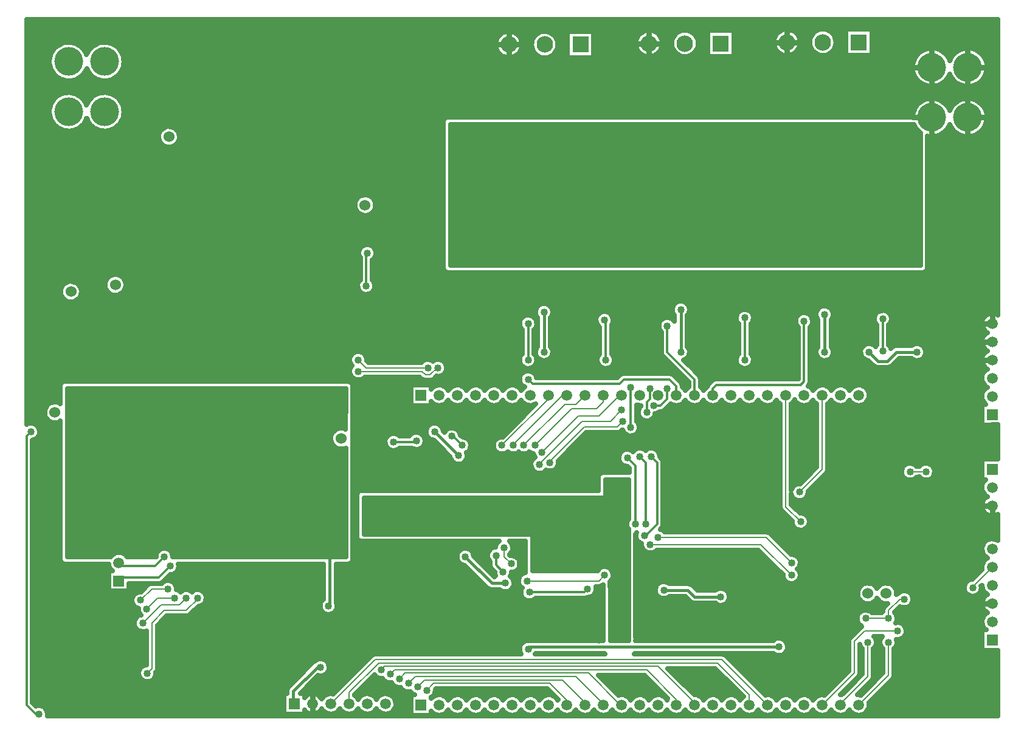
<source format=gbr>
G04 DipTrace 2.4.0.2*
%INBottom.gbr*%
%MOIN*%
%ADD13C,0.012*%
%ADD14C,0.007*%
%ADD15C,0.018*%
%ADD21C,0.025*%
%ADD22C,0.03*%
%ADD38C,0.1575*%
%ADD39R,0.0906X0.0906*%
%ADD40C,0.0906*%
%ADD41R,0.0591X0.0591*%
%ADD42C,0.0591*%
%ADD50C,0.06*%
%ADD71C,0.04*%
%FSLAX44Y44*%
G04*
G70*
G90*
G75*
G01*
%LNBottom*%
%LPD*%
X22940Y27940D2*
D13*
Y29690D1*
X23002Y29753D1*
X24442Y19375D2*
X25630D1*
X25692Y19438D1*
X27630Y19688D2*
X27692D1*
X28193Y19188D1*
X30065Y13127D2*
Y12627D1*
X30443Y12249D1*
X31881Y11124D2*
X34881D1*
X35068Y11312D1*
X26315Y23440D2*
D14*
X22940D1*
X22502Y23878D1*
X39253Y11252D2*
D15*
X40565D1*
X40940Y10878D1*
X42377D1*
X28002Y18628D2*
X26690Y19940D1*
X48065Y24315D2*
Y26377D1*
X40190Y26628D2*
Y24315D1*
X32690Y26499D2*
Y24315D1*
X50505D2*
X51007Y23813D1*
X51507D1*
X52008Y24313D1*
X53133D1*
X20940Y13440D2*
Y10435D1*
X20879Y10374D1*
X20440Y7002D2*
X20252D1*
X18940Y5690D1*
Y5065D1*
X19002Y5003D1*
X45565Y8127D2*
X31940D1*
X31815Y8003D1*
X30565Y11628D2*
X29815D1*
X28378Y13065D1*
X4565Y19938D2*
D13*
X4315Y19688D1*
Y4936D1*
X4815Y4436D1*
X5003D1*
X26877Y23440D2*
D14*
X26815D1*
X26440Y23065D1*
X26190D1*
X26003Y23252D1*
X22503D1*
X52070Y8999D2*
X50257D1*
X49695Y8436D1*
Y6695D1*
X47940Y4940D1*
X52753Y17752D2*
X53627D1*
X12191Y12562D2*
D13*
X11566Y11937D1*
X9562D1*
X9377Y11753D1*
X11878Y13062D2*
X11378Y12562D1*
X9568D1*
X9377Y12753D1*
X33940Y21940D2*
D14*
X33695D1*
X31003Y19247D1*
Y19190D1*
X32940Y21940D2*
X33128D1*
X30378Y19190D1*
X34940Y21940D2*
X34438Y21438D1*
X33813D1*
X31565Y19190D1*
X47940Y21940D2*
Y17870D1*
X46694Y16625D1*
X45940Y21940D2*
Y15817D1*
X46757Y15000D1*
X41940Y21940D2*
D13*
Y22309D1*
X42132Y22500D1*
X46757D1*
X46945Y22688D1*
Y26001D1*
X38194Y14249D2*
X38256D1*
X38881Y14875D1*
Y18249D1*
X38565Y18565D1*
X38690Y21377D2*
X39065D1*
X39440Y21753D1*
Y22315D1*
X51253Y24378D2*
Y26126D1*
X40940Y21940D2*
Y22817D1*
X39444Y24313D1*
Y25751D1*
X38502Y22315D2*
Y21752D1*
X38319Y21569D1*
Y21000D1*
X37940Y18565D2*
X38253Y18252D1*
Y14878D1*
X43690Y23877D2*
Y26190D1*
X39940Y21940D2*
Y22442D1*
X39569Y22813D1*
X37068D1*
X36818Y22563D1*
X32068D1*
X31815Y22816D1*
Y23878D2*
Y25876D1*
X37690Y14875D2*
Y18065D1*
X37253Y18502D1*
X37440Y20184D2*
Y22374D1*
X36065Y23878D2*
Y26004D1*
X36006Y26063D1*
X49940Y4940D2*
D14*
X51565Y6565D1*
Y8378D1*
Y9690D2*
X50315D1*
X51565D2*
Y10127D1*
X52190Y10752D1*
X52440D1*
X48940Y4940D2*
Y5002D1*
X50440Y6502D1*
Y8378D1*
X37006Y20500D2*
X36693Y20188D1*
X34881D1*
X33003Y18309D1*
Y18252D1*
X13691Y10812D2*
X13754D1*
X13066Y10124D1*
X11878D1*
X11191Y9436D1*
Y6941D1*
X10936Y6686D1*
X36943Y21125D2*
X36318Y20500D1*
X34756D1*
X32440Y18184D1*
Y18128D1*
X13066Y10812D2*
X12691Y10437D1*
X11691D1*
X10691Y9436D1*
X35940Y21940D2*
Y21559D1*
X35568Y21188D1*
X34188D1*
X32190Y19190D1*
X12066Y11312D2*
X11191D1*
X10566Y10687D1*
X36940Y21940D2*
X36821D1*
X35693Y20813D1*
X34563D1*
X32565Y18815D1*
X12441Y10812D2*
X11503D1*
X10909Y10218D1*
X38940Y14127D2*
X44878D1*
X46252Y12753D1*
X38502Y13753D2*
X44565D1*
X46252Y12065D1*
X56190Y11378D2*
Y11431D1*
X57258Y12499D1*
X40940Y4940D2*
Y5065D1*
X38944Y7061D1*
X23942D1*
X23755Y6874D1*
X39940Y4940D2*
Y5252D1*
X38319Y6874D1*
X24505D1*
X24255Y6624D1*
X33940Y4940D2*
Y5190D1*
X33003Y6127D1*
X26634D1*
X26255Y5749D1*
X36940Y4940D2*
X36878D1*
X35128Y6690D1*
X25071D1*
X24755Y6374D1*
X34940Y4940D2*
Y5065D1*
X33690Y6315D1*
X26127D1*
X25752Y5940D1*
X35940Y4940D2*
Y5002D1*
X34440Y6502D1*
X25634D1*
X25255Y6124D1*
X43940Y4940D2*
Y5503D1*
X42194Y7249D1*
X23624D1*
X22002Y5627D1*
Y5003D1*
X44940Y4940D2*
X42444Y7436D1*
X23436D1*
X21002Y5003D1*
X30505Y13562D2*
Y13062D1*
X30880Y12687D1*
X31752Y11752D2*
X35697D1*
X36006Y12062D1*
D71*
X22940Y27940D3*
X24442Y19375D3*
X25692Y19438D3*
X27630Y19688D3*
X28193Y19188D3*
X30065Y13127D3*
X30443Y12249D3*
X31881Y11124D3*
X35068Y11312D3*
X26315Y23440D3*
X22502Y23878D3*
X39253Y11252D3*
X42377Y10878D3*
X28002Y18628D3*
X26690Y19940D3*
X48065Y24315D3*
Y26377D3*
X40190Y26628D3*
Y24315D3*
X32690Y26499D3*
Y24315D3*
X50505D3*
X53133Y24313D3*
X20879Y10374D3*
X20440Y7002D3*
X45565Y8127D3*
X31815Y8003D3*
X30565Y11628D3*
X28378Y13065D3*
X20879Y10374D3*
X5003Y4436D3*
X26877Y23440D3*
X22503Y23252D3*
X52070Y8999D3*
X52753Y17752D3*
X53627D3*
X12191Y12562D3*
X11878Y13062D3*
X31003Y19190D3*
X30378D3*
X31565D3*
X46694Y16625D3*
X46757Y15000D3*
X46945Y26001D3*
X38194Y14249D3*
X38565Y18565D3*
X38690Y21377D3*
X39440Y22315D3*
X51253Y24378D3*
Y26126D3*
D3*
X39444Y25751D3*
X38502Y22315D3*
X38319Y21000D3*
X37940Y18565D3*
X38253Y14878D3*
X31815Y22816D3*
Y23878D3*
Y25876D3*
X37690Y14875D3*
X37253Y18502D3*
X37440Y20184D3*
Y22374D3*
X36065Y23878D3*
X36006Y26063D3*
D3*
X51565Y8378D3*
Y9690D3*
X50315D3*
X51565Y8378D3*
X52440Y10752D3*
X51565Y9690D3*
X52440Y10752D3*
X50440Y8378D3*
X37006Y20500D3*
X33003Y18252D3*
X13691Y10812D3*
X10936Y6686D3*
X32440Y18128D3*
X13066Y10812D3*
X10691Y9436D3*
X32190Y19190D3*
X12066Y11312D3*
X10566Y10687D3*
X32565Y18815D3*
X12441Y10812D3*
X10909Y10218D3*
X38940Y14127D3*
X46252Y12753D3*
X38502Y13753D3*
X46252Y12065D3*
X56190Y11378D3*
X23755Y6874D3*
X24255Y6624D3*
X26255Y5749D3*
X24755Y6374D3*
X25752Y5940D3*
X25255Y6124D3*
X30505Y13562D3*
X30880Y12687D3*
X31752Y11752D3*
X36006Y12062D3*
X4565Y19938D3*
X36943Y21125D3*
X47847Y9158D3*
X17815Y28065D3*
X36065Y29815D3*
X5315Y31190D3*
X36065Y30440D3*
X50252Y26815D3*
Y27690D3*
X42627Y26877D3*
Y27815D3*
X47627Y27503D3*
X40190D3*
X32503D3*
X35002Y26887D3*
Y27762D3*
X8190Y34440D3*
X8003Y30940D3*
Y30440D3*
X7503Y30940D3*
Y30440D3*
X7002Y30940D3*
Y30440D3*
X50011Y16254D3*
X49417Y13175D3*
X52002Y16315D3*
X42946Y11665D3*
Y15102D3*
X41371Y11406D3*
X36565Y16752D3*
X38940Y13190D3*
X24070Y13663D3*
X23383D3*
X23758Y17497D3*
X23817Y19938D3*
X25065Y17128D3*
X6690Y25627D3*
X6190D3*
X36506Y18500D3*
X16627Y8815D3*
X13627D3*
X13565Y5378D3*
X16690D3*
X10940Y30690D3*
X36815Y29815D3*
Y30440D3*
X37565Y29815D3*
X10940Y31440D3*
X10315D3*
Y30690D3*
X37565Y30440D3*
X36065Y32690D3*
Y33315D3*
X36815Y32690D3*
Y33315D3*
X37565Y32690D3*
Y33315D3*
X36815Y32065D3*
Y31565D3*
Y31065D3*
X37565D3*
Y31565D3*
Y32065D3*
X43815Y29815D3*
Y30440D3*
X44565Y29815D3*
Y30440D3*
X45315Y29815D3*
Y30440D3*
X43815Y32690D3*
Y33315D3*
X44565Y32690D3*
Y33315D3*
X45315Y32690D3*
Y33315D3*
X44565Y32065D3*
Y31565D3*
Y31065D3*
X45315D3*
Y31565D3*
Y32065D3*
X51440Y29690D3*
Y30315D3*
X52190Y29690D3*
Y30315D3*
X52940Y29690D3*
Y30315D3*
X51440Y32565D3*
Y33190D3*
X52190Y32565D3*
Y33190D3*
X52940Y32565D3*
Y33190D3*
X52190Y31940D3*
Y31440D3*
Y30940D3*
X52940D3*
Y31440D3*
Y31940D3*
X21815Y28190D3*
X27940Y35940D3*
X28940D3*
X28440D3*
X29440D3*
X27940Y35440D3*
X28440D3*
X28940D3*
X29440D3*
Y34940D3*
X28940D3*
X28440D3*
X27940D3*
Y34440D3*
X28440D3*
X28940D3*
X29440D3*
Y33940D3*
X28940D3*
X28440D3*
X27940D3*
Y33440D3*
X28440D3*
X28940D3*
X29440D3*
Y32940D3*
X28940D3*
X28440D3*
X27940D3*
Y32440D3*
X28440D3*
X28940D3*
X29440D3*
Y31940D3*
X28940D3*
X28440D3*
X27940D3*
Y31440D3*
X28440D3*
X28940D3*
X29440D3*
Y30940D3*
X28940D3*
X28440D3*
X27940D3*
Y30440D3*
X28440D3*
X28940D3*
X29440D3*
Y29940D3*
X28940D3*
X28440D3*
X27940D3*
Y29440D3*
X28440D3*
X28940D3*
X29440D3*
X5315Y32440D3*
Y33690D3*
Y34565D3*
X8690Y5811D3*
X14129Y12562D3*
X9440Y21440D3*
X9940D3*
X10440D3*
X10940D3*
X11440D3*
Y20940D3*
X10940D3*
X10440D3*
X9940D3*
X9440D3*
X6940Y21440D3*
X7440D3*
X7940D3*
X8440D3*
Y20940D3*
X7940D3*
X7440D3*
X6940D3*
X8940D3*
Y21440D3*
X11940D3*
X12440D3*
X12940D3*
Y20940D3*
X12440D3*
X11940D3*
X20940Y14940D3*
Y14440D3*
Y13940D3*
Y13440D3*
X21440D3*
Y13940D3*
Y14440D3*
Y14940D3*
X22940Y15690D3*
X23440D3*
X23940D3*
X24440D3*
X32315Y12627D3*
X31565Y13190D3*
X37253Y8565D3*
X23002Y29753D3*
X37065Y12752D3*
X27753Y11565D3*
X36881Y11624D3*
X35690Y8503D3*
X37815Y11815D3*
X27567Y16187D3*
X29505Y14437D3*
X14129Y13187D3*
X5315Y4936D3*
X43690Y26190D3*
Y23877D3*
X54190Y10252D3*
X35565Y38315D3*
X36065D3*
X36565D3*
X43440Y38378D3*
X43940D3*
X44440D3*
X50940D3*
X51440D3*
X51940D3*
X8628Y4811D3*
X21817Y9561D3*
X54133Y19563D3*
Y22250D3*
X40502Y16690D3*
X4350Y42306D2*
D21*
X57529D1*
X4350Y42058D2*
X57529D1*
X4350Y41809D2*
X30364D1*
X31141D2*
X32333D1*
X33110D2*
X33946D1*
X35434D2*
X37962D1*
X38918D2*
X39931D1*
X40887D2*
X41634D1*
X43121D2*
X45458D1*
X46547D2*
X47427D1*
X48516D2*
X49196D1*
X50684D2*
X57529D1*
X4350Y41560D2*
X30114D1*
X31391D2*
X32083D1*
X33360D2*
X33946D1*
X35434D2*
X37767D1*
X39114D2*
X39736D1*
X41082D2*
X41634D1*
X43121D2*
X45302D1*
X46704D2*
X47271D1*
X48672D2*
X49196D1*
X50684D2*
X57529D1*
X4350Y41312D2*
X30021D1*
X31485D2*
X31989D1*
X33454D2*
X33946D1*
X35434D2*
X37700D1*
X39180D2*
X39669D1*
X41149D2*
X41634D1*
X43121D2*
X45259D1*
X46746D2*
X47228D1*
X48715D2*
X49196D1*
X50684D2*
X57529D1*
X4350Y41063D2*
X5927D1*
X7329D2*
X7892D1*
X9297D2*
X30021D1*
X31485D2*
X31989D1*
X33454D2*
X33946D1*
X35434D2*
X37724D1*
X39157D2*
X39693D1*
X41125D2*
X41634D1*
X43121D2*
X45306D1*
X46700D2*
X47275D1*
X48668D2*
X49196D1*
X50684D2*
X57529D1*
X4350Y40814D2*
X5708D1*
X7547D2*
X7677D1*
X9516D2*
X30118D1*
X31391D2*
X32083D1*
X33360D2*
X33946D1*
X35434D2*
X37849D1*
X39036D2*
X39818D1*
X41000D2*
X41634D1*
X43121D2*
X45462D1*
X46543D2*
X47431D1*
X48512D2*
X49196D1*
X50684D2*
X53321D1*
X54559D2*
X55290D1*
X56528D2*
X57529D1*
X4350Y40565D2*
X5595D1*
X9629D2*
X30376D1*
X31133D2*
X32341D1*
X33102D2*
X33946D1*
X35434D2*
X38208D1*
X38672D2*
X40177D1*
X40641D2*
X41634D1*
X43121D2*
X53064D1*
X54817D2*
X55032D1*
X56786D2*
X57529D1*
X4350Y40317D2*
X5552D1*
X9672D2*
X52931D1*
X56918D2*
X57529D1*
X4350Y40068D2*
X5568D1*
X9657D2*
X52868D1*
X56977D2*
X57529D1*
X4350Y39819D2*
X5646D1*
X9579D2*
X52872D1*
X56977D2*
X57529D1*
X4350Y39571D2*
X5806D1*
X7450D2*
X7775D1*
X9418D2*
X52931D1*
X56918D2*
X57529D1*
X4350Y39322D2*
X6122D1*
X7133D2*
X8091D1*
X9102D2*
X53068D1*
X54813D2*
X55036D1*
X56782D2*
X57529D1*
X4350Y39073D2*
X53325D1*
X54555D2*
X55294D1*
X56520D2*
X57529D1*
X4350Y38825D2*
X57529D1*
X4350Y38576D2*
X57529D1*
X4350Y38327D2*
X5950D1*
X7305D2*
X7919D1*
X9274D2*
X57529D1*
X4350Y38079D2*
X5724D1*
X7532D2*
X7693D1*
X9500D2*
X53353D1*
X54528D2*
X55321D1*
X56496D2*
X57529D1*
X4350Y37830D2*
X5603D1*
X9621D2*
X53079D1*
X54801D2*
X55048D1*
X56770D2*
X57529D1*
X4350Y37581D2*
X5552D1*
X9672D2*
X52939D1*
X56911D2*
X57529D1*
X4350Y37333D2*
X5564D1*
X9661D2*
X52872D1*
X56977D2*
X57529D1*
X4350Y37084D2*
X5638D1*
X9586D2*
X27193D1*
X56981D2*
X57529D1*
X4350Y36835D2*
X5790D1*
X7465D2*
X7759D1*
X9434D2*
X27150D1*
X56922D2*
X57529D1*
X4350Y36586D2*
X6083D1*
X7172D2*
X8052D1*
X9141D2*
X11775D1*
X12481D2*
X27150D1*
X54829D2*
X55021D1*
X56797D2*
X57529D1*
X4350Y36338D2*
X11579D1*
X12676D2*
X27150D1*
X54582D2*
X55267D1*
X56551D2*
X57529D1*
X4350Y36089D2*
X11540D1*
X12715D2*
X27150D1*
X53731D2*
X57529D1*
X4350Y35840D2*
X11618D1*
X12641D2*
X27150D1*
X53731D2*
X57529D1*
X4350Y35592D2*
X11923D1*
X12336D2*
X27150D1*
X53731D2*
X57529D1*
X4350Y35343D2*
X27150D1*
X53731D2*
X57529D1*
X4350Y35094D2*
X27150D1*
X53731D2*
X57529D1*
X4350Y34846D2*
X27150D1*
X53731D2*
X57529D1*
X4350Y34597D2*
X27150D1*
X53731D2*
X57529D1*
X4350Y34348D2*
X27150D1*
X53731D2*
X57529D1*
X4350Y34100D2*
X27150D1*
X53731D2*
X57529D1*
X4350Y33851D2*
X27150D1*
X53731D2*
X57529D1*
X4350Y33602D2*
X27150D1*
X53731D2*
X57529D1*
X4350Y33354D2*
X27150D1*
X53731D2*
X57529D1*
X4350Y33105D2*
X27150D1*
X53731D2*
X57529D1*
X4350Y32856D2*
X22556D1*
X23204D2*
X27150D1*
X53731D2*
X57529D1*
X4350Y32607D2*
X22337D1*
X23418D2*
X27150D1*
X53731D2*
X57529D1*
X4350Y32359D2*
X22290D1*
X23469D2*
X27150D1*
X53731D2*
X57529D1*
X4350Y32110D2*
X22357D1*
X23403D2*
X27150D1*
X53731D2*
X57529D1*
X4350Y31861D2*
X22622D1*
X23137D2*
X27150D1*
X53731D2*
X57529D1*
X4350Y31613D2*
X27150D1*
X53731D2*
X57529D1*
X4350Y31364D2*
X27150D1*
X53731D2*
X57529D1*
X4350Y31115D2*
X27150D1*
X53731D2*
X57529D1*
X4350Y30867D2*
X27150D1*
X53731D2*
X57529D1*
X4350Y30618D2*
X27150D1*
X53731D2*
X57529D1*
X4350Y30369D2*
X27150D1*
X53731D2*
X57529D1*
X4350Y30121D2*
X22693D1*
X23313D2*
X27150D1*
X53731D2*
X57529D1*
X4350Y29872D2*
X22529D1*
X23477D2*
X27150D1*
X53731D2*
X57529D1*
X4350Y29623D2*
X22532D1*
X23473D2*
X27150D1*
X53731D2*
X57529D1*
X4350Y29375D2*
X22591D1*
X23297D2*
X27150D1*
X53731D2*
X57529D1*
X4350Y29126D2*
X22591D1*
X23289D2*
X27150D1*
X53731D2*
X57529D1*
X4350Y28877D2*
X22591D1*
X23289D2*
X27157D1*
X53723D2*
X57529D1*
X4350Y28628D2*
X22591D1*
X23289D2*
X57529D1*
X4350Y28380D2*
X8747D1*
X9633D2*
X22591D1*
X23289D2*
X57529D1*
X4350Y28131D2*
X6474D1*
X7032D2*
X8614D1*
X9766D2*
X22489D1*
X23387D2*
X57529D1*
X4350Y27882D2*
X6224D1*
X7282D2*
X8614D1*
X9766D2*
X22454D1*
X23426D2*
X57529D1*
X4350Y27634D2*
X6161D1*
X7344D2*
X8736D1*
X9645D2*
X22564D1*
X23313D2*
X57529D1*
X4350Y27385D2*
X6216D1*
X7289D2*
X57529D1*
X4350Y27136D2*
X6446D1*
X7059D2*
X57529D1*
X4350Y26888D2*
X32407D1*
X32969D2*
X39779D1*
X40602D2*
X57529D1*
X4350Y26639D2*
X32220D1*
X33157D2*
X39700D1*
X40680D2*
X43544D1*
X43836D2*
X47657D1*
X48473D2*
X57529D1*
X4350Y26390D2*
X32212D1*
X33168D2*
X35650D1*
X36360D2*
X39767D1*
X40614D2*
X43247D1*
X44133D2*
X46665D1*
X47223D2*
X47575D1*
X48555D2*
X50845D1*
X51661D2*
X57001D1*
X4350Y26142D2*
X31407D1*
X32223D2*
X32310D1*
X33071D2*
X35521D1*
X36489D2*
X39165D1*
X39719D2*
X39810D1*
X40571D2*
X43204D1*
X44176D2*
X46478D1*
X47414D2*
X47638D1*
X48489D2*
X50763D1*
X51743D2*
X56732D1*
X4350Y25893D2*
X31325D1*
X33071D2*
X35548D1*
X36465D2*
X38978D1*
X40571D2*
X43306D1*
X44071D2*
X46466D1*
X47422D2*
X47685D1*
X48446D2*
X50825D1*
X51680D2*
X56669D1*
X4350Y25644D2*
X31388D1*
X33071D2*
X35716D1*
X36414D2*
X38966D1*
X40571D2*
X43341D1*
X44039D2*
X46595D1*
X47293D2*
X47685D1*
X48446D2*
X50904D1*
X51602D2*
X56720D1*
X4350Y25396D2*
X31466D1*
X32164D2*
X32310D1*
X33071D2*
X35716D1*
X36414D2*
X39095D1*
X40571D2*
X43341D1*
X44039D2*
X46595D1*
X47293D2*
X47685D1*
X48446D2*
X50904D1*
X51602D2*
X56943D1*
X4350Y25147D2*
X31466D1*
X32164D2*
X32310D1*
X33071D2*
X35716D1*
X36414D2*
X39095D1*
X40571D2*
X43341D1*
X44039D2*
X46595D1*
X47293D2*
X47685D1*
X48446D2*
X50904D1*
X51602D2*
X56736D1*
X4350Y24898D2*
X31466D1*
X32164D2*
X32310D1*
X33071D2*
X35716D1*
X36414D2*
X39095D1*
X40571D2*
X43341D1*
X44039D2*
X46595D1*
X47293D2*
X47685D1*
X48446D2*
X50904D1*
X51602D2*
X56669D1*
X4350Y24649D2*
X31466D1*
X32164D2*
X32310D1*
X33071D2*
X35716D1*
X36414D2*
X39095D1*
X40571D2*
X43341D1*
X44039D2*
X46595D1*
X47293D2*
X47685D1*
X48446D2*
X50157D1*
X51653D2*
X51868D1*
X53477D2*
X56716D1*
X4350Y24401D2*
X31466D1*
X33172D2*
X35716D1*
X36414D2*
X39095D1*
X40672D2*
X43341D1*
X44039D2*
X46595D1*
X47293D2*
X47583D1*
X48547D2*
X50025D1*
X53614D2*
X56935D1*
X4350Y24152D2*
X22103D1*
X22903D2*
X31415D1*
X33149D2*
X35665D1*
X36465D2*
X39138D1*
X40649D2*
X43290D1*
X44090D2*
X46595D1*
X47293D2*
X47603D1*
X48524D2*
X50044D1*
X53594D2*
X56739D1*
X4350Y23903D2*
X22013D1*
X22993D2*
X26255D1*
X26377D2*
X31325D1*
X32305D2*
X32450D1*
X32930D2*
X35575D1*
X36555D2*
X39368D1*
X40430D2*
X43200D1*
X44180D2*
X46595D1*
X47293D2*
X47825D1*
X48305D2*
X50263D1*
X52125D2*
X52888D1*
X53379D2*
X56669D1*
X4350Y23655D2*
X22068D1*
X27313D2*
X31380D1*
X32246D2*
X35630D1*
X36496D2*
X39618D1*
X40586D2*
X43255D1*
X44121D2*
X46595D1*
X47293D2*
X50638D1*
X51875D2*
X56712D1*
X4350Y23406D2*
X22040D1*
X27368D2*
X39864D1*
X40836D2*
X46595D1*
X47293D2*
X56927D1*
X4350Y23157D2*
X22021D1*
X27270D2*
X31474D1*
X32157D2*
X40114D1*
X41082D2*
X46595D1*
X47293D2*
X56743D1*
X4350Y22909D2*
X22165D1*
X22840D2*
X25896D1*
X26731D2*
X31333D1*
X32297D2*
X36681D1*
X39957D2*
X40364D1*
X41278D2*
X46595D1*
X47293D2*
X56669D1*
X4350Y22660D2*
X6267D1*
X22114D2*
X31353D1*
X40207D2*
X40591D1*
X41289D2*
X41806D1*
X47293D2*
X56712D1*
X4350Y22411D2*
X6150D1*
X22231D2*
X25357D1*
X26524D2*
X26615D1*
X27266D2*
X27611D1*
X28266D2*
X28611D1*
X29266D2*
X29611D1*
X30266D2*
X30611D1*
X31266D2*
X31560D1*
X40289D2*
X40591D1*
X41289D2*
X41607D1*
X47266D2*
X47611D1*
X48266D2*
X48611D1*
X49266D2*
X49611D1*
X50266D2*
X56915D1*
X4350Y22163D2*
X6150D1*
X22231D2*
X25357D1*
X50481D2*
X56747D1*
X4350Y21914D2*
X6150D1*
X22231D2*
X25357D1*
X50524D2*
X56669D1*
X4350Y21665D2*
X6150D1*
X22231D2*
X25357D1*
X50454D2*
X56708D1*
X4350Y21417D2*
X5470D1*
X22231D2*
X25357D1*
X26524D2*
X26716D1*
X27164D2*
X27716D1*
X28164D2*
X28716D1*
X29164D2*
X29716D1*
X30164D2*
X30716D1*
X31164D2*
X31716D1*
X39590D2*
X39716D1*
X40164D2*
X40716D1*
X41164D2*
X41716D1*
X42164D2*
X42716D1*
X43164D2*
X43716D1*
X44164D2*
X44716D1*
X45164D2*
X45614D1*
X46266D2*
X46716D1*
X47164D2*
X47614D1*
X48266D2*
X48716D1*
X49164D2*
X49716D1*
X50164D2*
X56669D1*
X4350Y21168D2*
X5314D1*
X22231D2*
X31907D1*
X39340D2*
X45614D1*
X46266D2*
X47614D1*
X48266D2*
X56669D1*
X4350Y20919D2*
X5294D1*
X22231D2*
X31657D1*
X38801D2*
X45614D1*
X46266D2*
X47614D1*
X48266D2*
X56669D1*
X4350Y20670D2*
X5396D1*
X22231D2*
X31407D1*
X37789D2*
X37966D1*
X38672D2*
X45614D1*
X46266D2*
X47614D1*
X48266D2*
X56669D1*
X4350Y20422D2*
X6150D1*
X22231D2*
X31161D1*
X37864D2*
X45614D1*
X46266D2*
X47614D1*
X48266D2*
X56669D1*
X4993Y20173D2*
X6150D1*
X22231D2*
X26263D1*
X27118D2*
X30911D1*
X37930D2*
X45614D1*
X46266D2*
X47614D1*
X48266D2*
X57529D1*
X5055Y19924D2*
X6150D1*
X22231D2*
X26200D1*
X28055D2*
X30661D1*
X36864D2*
X37032D1*
X37852D2*
X45614D1*
X46266D2*
X47614D1*
X48266D2*
X57529D1*
X4973Y19676D2*
X6150D1*
X22231D2*
X24064D1*
X26118D2*
X26282D1*
X28188D2*
X30415D1*
X34817D2*
X45614D1*
X46266D2*
X47614D1*
X48266D2*
X57529D1*
X4664Y19427D2*
X6150D1*
X22231D2*
X23954D1*
X26184D2*
X26677D1*
X28618D2*
X29954D1*
X34571D2*
X45614D1*
X46266D2*
X47614D1*
X48266D2*
X57529D1*
X4664Y19178D2*
X6150D1*
X22231D2*
X23997D1*
X26102D2*
X26923D1*
X28684D2*
X29888D1*
X34321D2*
X45614D1*
X46266D2*
X47614D1*
X48266D2*
X57529D1*
X4664Y18930D2*
X6150D1*
X22231D2*
X24282D1*
X24602D2*
X27173D1*
X28606D2*
X29966D1*
X34071D2*
X37044D1*
X37461D2*
X37626D1*
X38879D2*
X45614D1*
X46266D2*
X47614D1*
X48266D2*
X57529D1*
X4664Y18681D2*
X6150D1*
X22231D2*
X27423D1*
X28489D2*
X32095D1*
X33825D2*
X36798D1*
X39039D2*
X45614D1*
X46266D2*
X47614D1*
X48266D2*
X57529D1*
X4664Y18432D2*
X6150D1*
X22231D2*
X27556D1*
X28450D2*
X32064D1*
X33575D2*
X36767D1*
X39176D2*
X45614D1*
X46266D2*
X47614D1*
X48266D2*
X56669D1*
X4664Y18184D2*
X6150D1*
X22231D2*
X27841D1*
X28164D2*
X31954D1*
X33489D2*
X36888D1*
X39231D2*
X45614D1*
X46266D2*
X47614D1*
X48266D2*
X52552D1*
X52950D2*
X53427D1*
X53825D2*
X56669D1*
X4664Y17935D2*
X6150D1*
X22231D2*
X31993D1*
X33368D2*
X37337D1*
X39231D2*
X45614D1*
X46266D2*
X47556D1*
X48266D2*
X52298D1*
X54079D2*
X56669D1*
X4664Y17686D2*
X6150D1*
X22231D2*
X32271D1*
X32610D2*
X35818D1*
X39231D2*
X45614D1*
X46266D2*
X47306D1*
X48204D2*
X52267D1*
X54114D2*
X56669D1*
X4664Y17438D2*
X6150D1*
X22231D2*
X35650D1*
X39231D2*
X45614D1*
X46266D2*
X47060D1*
X47957D2*
X52384D1*
X53118D2*
X53260D1*
X53993D2*
X56669D1*
X4664Y17189D2*
X6150D1*
X22231D2*
X35650D1*
X39231D2*
X45614D1*
X46266D2*
X46810D1*
X47707D2*
X56763D1*
X4664Y16940D2*
X6150D1*
X22231D2*
X35650D1*
X39231D2*
X45614D1*
X47457D2*
X56669D1*
X4664Y16691D2*
X6150D1*
X22231D2*
X22583D1*
X39231D2*
X45614D1*
X47211D2*
X56700D1*
X4664Y16443D2*
X6150D1*
X22231D2*
X22398D1*
X39231D2*
X45614D1*
X47149D2*
X56876D1*
X4664Y16194D2*
X6150D1*
X22231D2*
X22398D1*
X39231D2*
X45614D1*
X46266D2*
X46493D1*
X46895D2*
X56767D1*
X4664Y15945D2*
X6150D1*
X22231D2*
X22398D1*
X39231D2*
X45614D1*
X46266D2*
X56673D1*
X4664Y15697D2*
X6150D1*
X22231D2*
X22398D1*
X39231D2*
X45642D1*
X46508D2*
X56696D1*
X4664Y15448D2*
X6150D1*
X22231D2*
X22398D1*
X39231D2*
X45861D1*
X46903D2*
X56868D1*
X4664Y15199D2*
X6150D1*
X22231D2*
X22398D1*
X39231D2*
X46107D1*
X47204D2*
X57529D1*
X4664Y14951D2*
X6150D1*
X22231D2*
X22398D1*
X39231D2*
X46271D1*
X47243D2*
X57529D1*
X4664Y14702D2*
X6150D1*
X22231D2*
X22398D1*
X39180D2*
X46376D1*
X47141D2*
X57529D1*
X4664Y14453D2*
X6150D1*
X22231D2*
X22398D1*
X39297D2*
X57529D1*
X4664Y14205D2*
X6150D1*
X22231D2*
X22398D1*
X45250D2*
X57529D1*
X4664Y13956D2*
X6150D1*
X22231D2*
X22540D1*
X37731D2*
X37807D1*
X45496D2*
X56907D1*
X4664Y13707D2*
X6150D1*
X22231D2*
X30040D1*
X30973D2*
X31650D1*
X37731D2*
X38013D1*
X45746D2*
X56712D1*
X4664Y13459D2*
X6150D1*
X22231D2*
X28107D1*
X28649D2*
X29712D1*
X30985D2*
X31650D1*
X37731D2*
X38118D1*
X45996D2*
X56673D1*
X4664Y13210D2*
X6150D1*
X22231D2*
X27911D1*
X28844D2*
X29583D1*
X30832D2*
X31650D1*
X37731D2*
X44657D1*
X46360D2*
X56755D1*
X4664Y12961D2*
X6150D1*
X22231D2*
X27900D1*
X29008D2*
X29607D1*
X31282D2*
X31650D1*
X37731D2*
X44907D1*
X46692D2*
X56915D1*
X4664Y12712D2*
X6279D1*
X22102D2*
X28048D1*
X29258D2*
X29716D1*
X31368D2*
X31650D1*
X37731D2*
X45157D1*
X46743D2*
X56716D1*
X4664Y12464D2*
X8872D1*
X12668D2*
X20560D1*
X21321D2*
X28450D1*
X29504D2*
X29759D1*
X31313D2*
X31650D1*
X37731D2*
X45404D1*
X46641D2*
X56673D1*
X4664Y12215D2*
X8794D1*
X12524D2*
X20560D1*
X21321D2*
X28700D1*
X29754D2*
X29954D1*
X30930D2*
X31650D1*
X37731D2*
X45654D1*
X46719D2*
X56525D1*
X4664Y11966D2*
X8794D1*
X12079D2*
X20560D1*
X21321D2*
X28950D1*
X30907D2*
X31314D1*
X37731D2*
X45775D1*
X46731D2*
X56275D1*
X4664Y11718D2*
X8794D1*
X12317D2*
X20560D1*
X21321D2*
X29196D1*
X31047D2*
X31263D1*
X37731D2*
X45919D1*
X46586D2*
X55849D1*
X4664Y11469D2*
X8794D1*
X9961D2*
X10900D1*
X12528D2*
X20560D1*
X21321D2*
X29446D1*
X31028D2*
X31361D1*
X35821D2*
X35898D1*
X37731D2*
X38818D1*
X40875D2*
X50029D1*
X50860D2*
X51031D1*
X51860D2*
X55708D1*
X4664Y11220D2*
X8794D1*
X9961D2*
X10650D1*
X12688D2*
X12818D1*
X13313D2*
X13446D1*
X13938D2*
X20560D1*
X21321D2*
X30318D1*
X30813D2*
X31400D1*
X35547D2*
X35900D1*
X37731D2*
X38763D1*
X42715D2*
X49876D1*
X52012D2*
X55728D1*
X56653D2*
X56748D1*
X4664Y10972D2*
X10173D1*
X14153D2*
X20560D1*
X21321D2*
X31415D1*
X35411D2*
X35900D1*
X37731D2*
X38857D1*
X42856D2*
X49861D1*
X52875D2*
X55939D1*
X56442D2*
X56931D1*
X4664Y10723D2*
X10075D1*
X14172D2*
X20548D1*
X21321D2*
X31622D1*
X32141D2*
X35900D1*
X37731D2*
X40568D1*
X42840D2*
X49966D1*
X52930D2*
X56720D1*
X4664Y10474D2*
X10126D1*
X14036D2*
X20400D1*
X21360D2*
X35900D1*
X37731D2*
X42122D1*
X42633D2*
X51462D1*
X52836D2*
X56673D1*
X4664Y10226D2*
X10419D1*
X13618D2*
X20415D1*
X21344D2*
X35900D1*
X37731D2*
X51255D1*
X52114D2*
X56743D1*
X4664Y9977D2*
X10486D1*
X13368D2*
X20614D1*
X21145D2*
X35900D1*
X37731D2*
X49923D1*
X51957D2*
X56943D1*
X4664Y9728D2*
X10302D1*
X11930D2*
X35900D1*
X37731D2*
X49825D1*
X52055D2*
X56724D1*
X4664Y9480D2*
X10204D1*
X11684D2*
X35900D1*
X37731D2*
X49876D1*
X52004D2*
X56673D1*
X4664Y9231D2*
X10247D1*
X11516D2*
X35900D1*
X37731D2*
X50044D1*
X52496D2*
X56739D1*
X4664Y8982D2*
X10568D1*
X11516D2*
X35900D1*
X37731D2*
X49790D1*
X52559D2*
X56673D1*
X4664Y8733D2*
X10864D1*
X11516D2*
X35900D1*
X37731D2*
X49544D1*
X52477D2*
X56673D1*
X4664Y8485D2*
X10864D1*
X11516D2*
X35900D1*
X37735D2*
X45243D1*
X45887D2*
X49372D1*
X50918D2*
X51087D1*
X52043D2*
X56673D1*
X4664Y8236D2*
X10864D1*
X11516D2*
X31388D1*
X46043D2*
X49368D1*
X50907D2*
X51099D1*
X52032D2*
X56673D1*
X4664Y7987D2*
X10864D1*
X11516D2*
X31325D1*
X46032D2*
X49368D1*
X50020D2*
X50114D1*
X50766D2*
X51239D1*
X51891D2*
X56673D1*
X4664Y7739D2*
X10864D1*
X11516D2*
X31407D1*
X32223D2*
X35993D1*
X37637D2*
X45286D1*
X45844D2*
X49368D1*
X50020D2*
X50114D1*
X50766D2*
X51239D1*
X51891D2*
X57529D1*
X4664Y7490D2*
X10864D1*
X11516D2*
X23040D1*
X42840D2*
X49368D1*
X50020D2*
X50114D1*
X50766D2*
X51239D1*
X51891D2*
X57529D1*
X4664Y7241D2*
X10864D1*
X11516D2*
X19966D1*
X20864D2*
X22794D1*
X43086D2*
X49368D1*
X50020D2*
X50114D1*
X50766D2*
X51239D1*
X51891D2*
X57529D1*
X4664Y6993D2*
X10560D1*
X11516D2*
X19716D1*
X20930D2*
X22544D1*
X43336D2*
X49368D1*
X50020D2*
X50114D1*
X50766D2*
X51239D1*
X51891D2*
X57529D1*
X4664Y6744D2*
X10450D1*
X11442D2*
X19466D1*
X20852D2*
X22294D1*
X39711D2*
X42251D1*
X43586D2*
X49294D1*
X50020D2*
X50114D1*
X50766D2*
X51239D1*
X51891D2*
X57529D1*
X4664Y6495D2*
X10486D1*
X11383D2*
X19220D1*
X20274D2*
X22048D1*
X23321D2*
X23458D1*
X35770D2*
X38247D1*
X39957D2*
X42497D1*
X43832D2*
X49048D1*
X50766D2*
X51048D1*
X51883D2*
X57529D1*
X4664Y6247D2*
X10759D1*
X11114D2*
X18970D1*
X20024D2*
X21798D1*
X23071D2*
X23958D1*
X36020D2*
X38497D1*
X40207D2*
X42747D1*
X44082D2*
X48798D1*
X50633D2*
X50797D1*
X51696D2*
X57529D1*
X4664Y5998D2*
X18720D1*
X19774D2*
X21548D1*
X22821D2*
X24454D1*
X36270D2*
X38747D1*
X40457D2*
X42997D1*
X44332D2*
X48548D1*
X50383D2*
X50547D1*
X51446D2*
X57529D1*
X4664Y5749D2*
X18564D1*
X19528D2*
X21302D1*
X22575D2*
X24954D1*
X26746D2*
X32931D1*
X36516D2*
X38993D1*
X40704D2*
X43243D1*
X44579D2*
X48302D1*
X50137D2*
X50302D1*
X51200D2*
X57529D1*
X4664Y5501D2*
X18419D1*
X19586D2*
X19720D1*
X20286D2*
X20720D1*
X22329D2*
X22720D1*
X23286D2*
X23720D1*
X24286D2*
X25575D1*
X26672D2*
X33181D1*
X36766D2*
X39243D1*
X40954D2*
X43493D1*
X44829D2*
X48052D1*
X49887D2*
X50052D1*
X50950D2*
X57529D1*
X4664Y5252D2*
X18419D1*
X24528D2*
X25357D1*
X50700D2*
X57529D1*
X4731Y5003D2*
X18419D1*
X24586D2*
X25357D1*
X50520D2*
X57529D1*
X5368Y4754D2*
X18419D1*
X24532D2*
X25357D1*
X50493D2*
X57529D1*
X5489Y4506D2*
X18419D1*
X19586D2*
X19720D1*
X20286D2*
X20720D1*
X21286D2*
X21720D1*
X22286D2*
X22720D1*
X23286D2*
X23720D1*
X24286D2*
X25357D1*
X27321D2*
X27560D1*
X28321D2*
X28560D1*
X29321D2*
X29560D1*
X30321D2*
X30560D1*
X31321D2*
X31560D1*
X32321D2*
X32560D1*
X33321D2*
X33560D1*
X34321D2*
X34560D1*
X35321D2*
X35560D1*
X36321D2*
X36560D1*
X37321D2*
X37560D1*
X38321D2*
X38560D1*
X39321D2*
X39560D1*
X40321D2*
X40560D1*
X41321D2*
X41560D1*
X42321D2*
X42560D1*
X43321D2*
X43560D1*
X44321D2*
X44560D1*
X45321D2*
X45560D1*
X46321D2*
X46560D1*
X47321D2*
X47560D1*
X48321D2*
X48560D1*
X49321D2*
X49560D1*
X50321D2*
X57529D1*
X54924Y36818D2*
X54852Y36665D1*
X54752Y36521D1*
X54630Y36396D1*
X54489Y36292D1*
X54333Y36214D1*
X54166Y36162D1*
X53993Y36139D1*
X53818Y36145D1*
X53705Y36164D1*
Y28940D1*
X53676Y28820D1*
X53596Y28725D1*
X53477Y28679D1*
X52940Y28675D1*
X27440D1*
X27320Y28704D1*
X27225Y28784D1*
X27179Y28903D1*
X27175Y29440D1*
Y36940D1*
X27204Y37060D1*
X27284Y37155D1*
X27403Y37201D1*
X27940Y37205D1*
X52888Y37209D1*
X52905Y37383D1*
X52952Y37551D1*
X53025Y37710D1*
X53124Y37854D1*
X53245Y37980D1*
X53385Y38084D1*
X53541Y38164D1*
X53708Y38216D1*
X53881Y38241D1*
X54055Y38236D1*
X54227Y38203D1*
X54391Y38141D1*
X54542Y38053D1*
X54676Y37942D1*
X54791Y37810D1*
X54882Y37660D1*
X54924Y37562D1*
X54993Y37710D1*
X55092Y37854D1*
X55213Y37980D1*
X55354Y38084D1*
X55509Y38164D1*
X55676Y38216D1*
X55849Y38241D1*
X56024Y38236D1*
X56195Y38203D1*
X56359Y38141D1*
X56510Y38053D1*
X56645Y37942D1*
X56759Y37810D1*
X56850Y37660D1*
X56915Y37498D1*
X56952Y37327D1*
X56961Y37165D1*
X56942Y36991D1*
X56895Y36823D1*
X56820Y36665D1*
X56721Y36521D1*
X56599Y36396D1*
X56458Y36292D1*
X56302Y36214D1*
X56135Y36162D1*
X55962Y36139D1*
X55787Y36145D1*
X55616Y36179D1*
X55452Y36242D1*
X55302Y36330D1*
X55168Y36443D1*
X55054Y36575D1*
X54964Y36725D1*
X54924Y36818D1*
X56961Y39921D2*
X56942Y39747D1*
X56895Y39579D1*
X56820Y39421D1*
X56721Y39277D1*
X56599Y39152D1*
X56458Y39048D1*
X56302Y38970D1*
X56135Y38918D1*
X55962Y38895D1*
X55787Y38901D1*
X55616Y38935D1*
X55452Y38998D1*
X55302Y39086D1*
X55168Y39198D1*
X55054Y39331D1*
X54964Y39481D1*
X54924Y39574D1*
X54864Y39442D1*
X54768Y39296D1*
X54649Y39168D1*
X54511Y39062D1*
X54356Y38979D1*
X54191Y38924D1*
X54018Y38896D1*
X53843Y38898D1*
X53671Y38928D1*
X53506Y38987D1*
X53354Y39072D1*
X53217Y39181D1*
X53100Y39311D1*
X53007Y39459D1*
X52939Y39620D1*
X52899Y39790D1*
X52888Y39965D1*
X52905Y40139D1*
X52952Y40307D1*
X53025Y40466D1*
X53124Y40610D1*
X53245Y40736D1*
X53385Y40840D1*
X53541Y40920D1*
X53708Y40972D1*
X53881Y40997D1*
X54055Y40992D1*
X54227Y40958D1*
X54391Y40897D1*
X54542Y40809D1*
X54676Y40698D1*
X54791Y40565D1*
X54882Y40416D1*
X54924Y40318D1*
X54993Y40466D1*
X55092Y40610D1*
X55213Y40736D1*
X55354Y40840D1*
X55509Y40920D1*
X55676Y40972D1*
X55849Y40997D1*
X56024Y40992D1*
X56195Y40958D1*
X56359Y40897D1*
X56510Y40809D1*
X56645Y40698D1*
X56759Y40565D1*
X56850Y40416D1*
X56915Y40254D1*
X56952Y40083D1*
X56961Y39921D1*
X41785Y41970D2*
X43095D1*
Y40535D1*
X41660D1*
Y41970D1*
X41785D1*
X41116Y41128D2*
X41084Y41008D1*
X41031Y40894D1*
X40960Y40792D1*
X40871Y40704D1*
X40769Y40632D1*
X40656Y40579D1*
X40536Y40546D1*
X40411Y40535D1*
X40287Y40545D1*
X40166Y40577D1*
X40053Y40629D1*
X39950Y40700D1*
X39862Y40788D1*
X39789Y40890D1*
X39736Y41003D1*
X39703Y41123D1*
X39691Y41248D1*
X39701Y41372D1*
X39733Y41493D1*
X39785Y41606D1*
X39855Y41709D1*
X39943Y41798D1*
X40044Y41871D1*
X40157Y41925D1*
X40277Y41958D1*
X40402Y41970D1*
X40526Y41961D1*
X40647Y41930D1*
X40761Y41878D1*
X40864Y41808D1*
X40953Y41721D1*
X41026Y41619D1*
X41080Y41507D1*
X41114Y41387D1*
X41127Y41253D1*
X41116Y41128D1*
X39158Y41228D2*
X39143Y41104D1*
X39106Y40984D1*
X39050Y40873D1*
X38975Y40773D1*
X38883Y40688D1*
X38779Y40620D1*
X38664Y40570D1*
X38543Y40542D1*
X38418Y40535D1*
X38294Y40550D1*
X38174Y40586D1*
X38063Y40642D1*
X37963Y40717D1*
X37877Y40808D1*
X37809Y40912D1*
X37759Y41027D1*
X37730Y41148D1*
X37723Y41273D1*
X37737Y41397D1*
X37773Y41516D1*
X37829Y41628D1*
X37903Y41728D1*
X37994Y41814D1*
X38098Y41883D1*
X38212Y41933D1*
X38334Y41962D1*
X38458Y41970D1*
X38582Y41956D1*
X38702Y41921D1*
X38814Y41866D1*
X38914Y41792D1*
X39001Y41701D1*
X39070Y41597D1*
X39120Y41483D1*
X39150Y41362D1*
X39158Y41228D1*
X49347Y42033D2*
X50658D1*
Y40597D1*
X49222D1*
Y42033D1*
X49347D1*
X48678Y41191D2*
X48646Y41070D1*
X48594Y40957D1*
X48522Y40854D1*
X48434Y40766D1*
X48332Y40694D1*
X48219Y40641D1*
X48098Y40609D1*
X47974Y40597D1*
X47850Y40608D1*
X47729Y40640D1*
X47615Y40692D1*
X47513Y40763D1*
X47424Y40851D1*
X47352Y40953D1*
X47299Y41065D1*
X47265Y41186D1*
X47254Y41310D1*
X47264Y41435D1*
X47295Y41555D1*
X47347Y41669D1*
X47418Y41772D1*
X47505Y41861D1*
X47607Y41933D1*
X47720Y41987D1*
X47840Y42021D1*
X47964Y42033D1*
X48089Y42023D1*
X48210Y41992D1*
X48323Y41941D1*
X48426Y41870D1*
X48516Y41783D1*
X48589Y41682D1*
X48643Y41569D1*
X48677Y41449D1*
X48689Y41315D1*
X48678Y41191D1*
X46720Y41290D2*
X46705Y41166D1*
X46669Y41047D1*
X46612Y40935D1*
X46537Y40836D1*
X46446Y40750D1*
X46341Y40682D1*
X46227Y40633D1*
X46105Y40605D1*
X45980Y40598D1*
X45856Y40612D1*
X45737Y40648D1*
X45625Y40705D1*
X45525Y40779D1*
X45440Y40870D1*
X45371Y40974D1*
X45322Y41089D1*
X45293Y41210D1*
X45286Y41335D1*
X45300Y41459D1*
X45335Y41579D1*
X45391Y41690D1*
X45466Y41791D1*
X45556Y41877D1*
X45660Y41946D1*
X45775Y41995D1*
X45896Y42025D1*
X46021Y42033D1*
X46145Y42019D1*
X46264Y41983D1*
X46376Y41928D1*
X46477Y41854D1*
X46563Y41764D1*
X46632Y41660D1*
X46683Y41546D1*
X46712Y41424D1*
X46720Y41290D1*
X34097Y41908D2*
X35408D1*
Y40472D1*
X33972D1*
Y41908D1*
X34097D1*
X33428Y41066D2*
X33396Y40945D1*
X33344Y40832D1*
X33272Y40729D1*
X33184Y40641D1*
X33082Y40569D1*
X32969Y40516D1*
X32848Y40484D1*
X32724Y40472D1*
X32600Y40483D1*
X32479Y40515D1*
X32365Y40567D1*
X32263Y40638D1*
X32174Y40726D1*
X32102Y40828D1*
X32049Y40940D1*
X32015Y41061D1*
X32004Y41185D1*
X32014Y41310D1*
X32045Y41430D1*
X32097Y41544D1*
X32168Y41647D1*
X32255Y41736D1*
X32357Y41808D1*
X32470Y41862D1*
X32590Y41896D1*
X32714Y41908D1*
X32839Y41898D1*
X32960Y41867D1*
X33073Y41816D1*
X33176Y41745D1*
X33266Y41658D1*
X33339Y41557D1*
X33393Y41444D1*
X33427Y41324D1*
X33439Y41190D1*
X33428Y41066D1*
X31470Y41165D2*
X31455Y41041D1*
X31419Y40922D1*
X31362Y40810D1*
X31287Y40711D1*
X31196Y40625D1*
X31091Y40557D1*
X30977Y40508D1*
X30855Y40480D1*
X30730Y40473D1*
X30606Y40487D1*
X30487Y40523D1*
X30375Y40580D1*
X30275Y40654D1*
X30190Y40745D1*
X30121Y40849D1*
X30072Y40964D1*
X30043Y41085D1*
X30036Y41210D1*
X30050Y41334D1*
X30085Y41454D1*
X30141Y41565D1*
X30216Y41666D1*
X30306Y41752D1*
X30410Y41821D1*
X30525Y41870D1*
X30646Y41900D1*
X30771Y41908D1*
X30895Y41894D1*
X31014Y41858D1*
X31126Y41803D1*
X31227Y41729D1*
X31313Y41639D1*
X31382Y41535D1*
X31433Y41421D1*
X31462Y41299D1*
X31470Y41165D1*
X25505Y22500D2*
X26500D1*
Y22285D1*
X26581Y22370D1*
X26685Y22439D1*
X26801Y22483D1*
X26925Y22500D1*
X27049Y22490D1*
X27168Y22452D1*
X27276Y22389D1*
X27367Y22303D1*
X27441Y22189D1*
X27494Y22280D1*
X27581Y22370D1*
X27685Y22439D1*
X27801Y22483D1*
X27925Y22500D1*
X28049Y22490D1*
X28168Y22452D1*
X28276Y22389D1*
X28367Y22303D1*
X28441Y22189D1*
X28494Y22280D1*
X28581Y22370D1*
X28685Y22439D1*
X28801Y22483D1*
X28925Y22500D1*
X29049Y22490D1*
X29168Y22452D1*
X29276Y22389D1*
X29367Y22303D1*
X29441Y22189D1*
X29494Y22280D1*
X29581Y22370D1*
X29685Y22439D1*
X29801Y22483D1*
X29925Y22500D1*
X30049Y22490D1*
X30168Y22452D1*
X30276Y22389D1*
X30367Y22303D1*
X30441Y22189D1*
X30494Y22280D1*
X30581Y22370D1*
X30685Y22439D1*
X30801Y22483D1*
X30925Y22500D1*
X31049Y22490D1*
X31168Y22452D1*
X31276Y22389D1*
X31367Y22303D1*
X31441Y22189D1*
X31494Y22280D1*
X31581Y22370D1*
X31616Y22393D1*
X31560Y22427D1*
X31466Y22508D1*
X31397Y22612D1*
X31358Y22730D1*
X31352Y22855D1*
X31379Y22977D1*
X31437Y23087D1*
X31523Y23177D1*
X31629Y23242D1*
X31749Y23276D1*
X31874Y23277D1*
X31994Y23245D1*
X32102Y23182D1*
X32189Y23093D1*
X32249Y22984D1*
X32271Y22889D1*
X36681Y22888D1*
X36839Y23043D1*
X36942Y23112D1*
X37068Y23138D1*
X39569D1*
X39691Y23114D1*
X39799Y23043D1*
X40170Y22671D1*
X40239Y22568D1*
X40265Y22442D1*
Y22399D1*
X40367Y22303D1*
X40441Y22189D1*
X40494Y22280D1*
X40581Y22370D1*
X40616Y22393D1*
X40615Y22686D1*
X39473Y23824D1*
X39214Y24083D1*
X39144Y24186D1*
X39119Y24313D1*
Y25419D1*
X39026Y25547D1*
X38987Y25665D1*
X38980Y25790D1*
X39007Y25911D1*
X39066Y26022D1*
X39151Y26112D1*
X39258Y26177D1*
X39378Y26211D1*
X39502Y26212D1*
X39623Y26180D1*
X39730Y26117D1*
X39817Y26028D1*
X39834Y25997D1*
X39835Y26327D1*
X39772Y26424D1*
X39733Y26542D1*
X39727Y26667D1*
X39754Y26788D1*
X39812Y26898D1*
X39898Y26989D1*
X40004Y27054D1*
X40124Y27088D1*
X40249Y27089D1*
X40369Y27057D1*
X40477Y26994D1*
X40564Y26904D1*
X40624Y26795D1*
X40653Y26674D1*
X40655Y26628D1*
X40638Y26504D1*
X40589Y26389D1*
X40543Y26331D1*
X40545Y24616D1*
X40624Y24483D1*
X40653Y24362D1*
X40655Y24315D1*
X40638Y24191D1*
X40589Y24077D1*
X40512Y23979D1*
X40411Y23906D1*
X40335Y23877D1*
X40823Y23394D1*
X41170Y23047D1*
X41239Y22944D1*
X41265Y22817D1*
Y22399D1*
X41367Y22303D1*
X41441Y22189D1*
X41494Y22280D1*
X41581Y22370D1*
X41629Y22402D1*
X41696Y22523D1*
X41902Y22730D1*
X42005Y22800D1*
X42132Y22825D1*
X46620D1*
Y25668D1*
X46526Y25797D1*
X46487Y25915D1*
X46481Y26040D1*
X46508Y26161D1*
X46567Y26272D1*
X46652Y26362D1*
X46759Y26427D1*
X46878Y26461D1*
X47003Y26462D1*
X47124Y26430D1*
X47231Y26367D1*
X47318Y26278D1*
X47378Y26169D1*
X47407Y26047D1*
X47410Y26001D1*
X47393Y25877D1*
X47344Y25763D1*
X47269Y25668D1*
X47270Y22688D1*
X47246Y22566D1*
X47168Y22452D1*
X47276Y22389D1*
X47367Y22303D1*
X47441Y22189D1*
X47494Y22280D1*
X47581Y22370D1*
X47685Y22439D1*
X47801Y22483D1*
X47925Y22500D1*
X48049Y22490D1*
X48168Y22452D1*
X48276Y22389D1*
X48367Y22303D1*
X48441Y22189D1*
X48494Y22280D1*
X48581Y22370D1*
X48685Y22439D1*
X48801Y22483D1*
X48925Y22500D1*
X49049Y22490D1*
X49168Y22452D1*
X49276Y22389D1*
X49367Y22303D1*
X49441Y22189D1*
X49494Y22280D1*
X49581Y22370D1*
X49685Y22439D1*
X49801Y22483D1*
X49925Y22500D1*
X50049Y22490D1*
X50168Y22452D1*
X50276Y22389D1*
X50367Y22303D1*
X50436Y22200D1*
X50482Y22084D1*
X50500Y21940D1*
X50486Y21816D1*
X50445Y21698D1*
X50379Y21592D1*
X50292Y21504D1*
X50186Y21437D1*
X50069Y21395D1*
X49945Y21380D1*
X49821Y21393D1*
X49703Y21432D1*
X49596Y21497D1*
X49507Y21584D1*
X49441Y21686D1*
X49379Y21592D1*
X49292Y21504D1*
X49186Y21437D1*
X49069Y21395D1*
X48945Y21380D1*
X48821Y21393D1*
X48703Y21432D1*
X48596Y21497D1*
X48507Y21584D1*
X48441Y21686D1*
X48379Y21592D1*
X48292Y21504D1*
X48242Y21472D1*
X48240Y20065D1*
Y17870D1*
X48212Y17746D1*
X48152Y17658D1*
X47155Y16661D1*
X47159Y16625D1*
X47143Y16501D1*
X47094Y16387D1*
X47016Y16289D1*
X46916Y16216D1*
X46799Y16172D1*
X46675Y16160D1*
X46552Y16182D1*
X46440Y16236D1*
X46346Y16317D1*
X46276Y16421D1*
X46241Y16528D1*
Y15940D1*
X46718Y15463D1*
X46816Y15461D1*
X46936Y15429D1*
X47044Y15366D1*
X47131Y15277D1*
X47191Y15167D1*
X47220Y15046D1*
X47222Y15000D1*
X47205Y14876D1*
X47156Y14761D1*
X47079Y14664D1*
X46978Y14591D1*
X46862Y14547D1*
X46737Y14535D1*
X46615Y14557D1*
X46502Y14611D1*
X46408Y14692D1*
X46339Y14796D1*
X46300Y14914D1*
X46294Y15043D1*
X46015Y15318D1*
X45728Y15604D1*
X45660Y15712D1*
X45640Y15817D1*
Y21469D1*
X45596Y21497D1*
X45507Y21584D1*
X45441Y21686D1*
X45379Y21592D1*
X45292Y21504D1*
X45186Y21437D1*
X45069Y21395D1*
X44945Y21380D1*
X44821Y21393D1*
X44703Y21432D1*
X44596Y21497D1*
X44507Y21584D1*
X44441Y21686D1*
X44379Y21592D1*
X44292Y21504D1*
X44186Y21437D1*
X44069Y21395D1*
X43945Y21380D1*
X43821Y21393D1*
X43703Y21432D1*
X43596Y21497D1*
X43507Y21584D1*
X43441Y21686D1*
X43379Y21592D1*
X43292Y21504D1*
X43186Y21437D1*
X43069Y21395D1*
X42945Y21380D1*
X42821Y21393D1*
X42703Y21432D1*
X42596Y21497D1*
X42507Y21584D1*
X42441Y21686D1*
X42379Y21592D1*
X42292Y21504D1*
X42186Y21437D1*
X42069Y21395D1*
X41945Y21380D1*
X41821Y21393D1*
X41703Y21432D1*
X41596Y21497D1*
X41507Y21584D1*
X41441Y21686D1*
X41379Y21592D1*
X41292Y21504D1*
X41186Y21437D1*
X41069Y21395D1*
X40945Y21380D1*
X40821Y21393D1*
X40703Y21432D1*
X40596Y21497D1*
X40507Y21584D1*
X40441Y21686D1*
X40379Y21592D1*
X40292Y21504D1*
X40186Y21437D1*
X40069Y21395D1*
X39945Y21380D1*
X39821Y21393D1*
X39703Y21432D1*
X39626Y21479D1*
X39295Y21148D1*
X39192Y21078D1*
X39065Y21052D1*
X39022D1*
X38911Y20968D1*
X38775Y20923D1*
X38767Y20877D1*
X38718Y20762D1*
X38640Y20665D1*
X38540Y20591D1*
X38423Y20547D1*
X38299Y20536D1*
X38176Y20557D1*
X38064Y20611D1*
X37970Y20693D1*
X37901Y20797D1*
X37862Y20915D1*
X37855Y21039D1*
X37882Y21161D1*
X37941Y21271D1*
X37991Y21325D1*
X37994Y21379D1*
X37821Y21393D1*
X37766Y21411D1*
X37765Y20519D1*
X37814Y20461D1*
X37874Y20352D1*
X37903Y20231D1*
X37905Y20184D1*
X37888Y20061D1*
X37839Y19946D1*
X37762Y19848D1*
X37661Y19775D1*
X37545Y19731D1*
X37420Y19720D1*
X37298Y19741D1*
X37185Y19795D1*
X37091Y19877D1*
X37022Y19980D1*
X37004Y20036D1*
X36967Y20039D1*
X36906Y19975D1*
X36798Y19907D1*
X36693Y19888D1*
X35005Y19887D1*
X33460Y18343D1*
X33468Y18252D1*
X33451Y18129D1*
X33402Y18014D1*
X33324Y17917D1*
X33224Y17843D1*
X33107Y17799D1*
X32983Y17788D1*
X32860Y17810D1*
X32800Y17838D1*
X32762Y17792D1*
X32661Y17718D1*
X32545Y17674D1*
X32420Y17663D1*
X32298Y17685D1*
X32185Y17738D1*
X32091Y17820D1*
X32022Y17924D1*
X31983Y18042D1*
X31977Y18167D1*
X32004Y18288D1*
X32062Y18398D1*
X32148Y18489D1*
X32204Y18523D1*
X32147Y18611D1*
X32108Y18734D1*
X32048Y18747D1*
X31935Y18801D1*
X31879Y18849D1*
X31786Y18781D1*
X31670Y18737D1*
X31545Y18725D1*
X31423Y18747D1*
X31310Y18801D1*
X31284Y18824D1*
X31224Y18781D1*
X31107Y18737D1*
X30983Y18725D1*
X30860Y18747D1*
X30748Y18801D1*
X30692Y18849D1*
X30599Y18781D1*
X30482Y18737D1*
X30358Y18725D1*
X30235Y18747D1*
X30123Y18801D1*
X30029Y18883D1*
X29959Y18986D1*
X29920Y19105D1*
X29914Y19229D1*
X29941Y19351D1*
X30000Y19461D1*
X30085Y19552D1*
X30192Y19616D1*
X30311Y19650D1*
X30417Y19651D1*
X32218Y21454D1*
X32069Y21395D1*
X31945Y21380D1*
X31821Y21393D1*
X31703Y21432D1*
X31596Y21497D1*
X31507Y21584D1*
X31441Y21686D1*
X31379Y21592D1*
X31292Y21504D1*
X31186Y21437D1*
X31069Y21395D1*
X30945Y21380D1*
X30821Y21393D1*
X30703Y21432D1*
X30596Y21497D1*
X30507Y21584D1*
X30441Y21686D1*
X30379Y21592D1*
X30292Y21504D1*
X30186Y21437D1*
X30069Y21395D1*
X29945Y21380D1*
X29821Y21393D1*
X29703Y21432D1*
X29596Y21497D1*
X29507Y21584D1*
X29441Y21686D1*
X29379Y21592D1*
X29292Y21504D1*
X29186Y21437D1*
X29069Y21395D1*
X28945Y21380D1*
X28821Y21393D1*
X28703Y21432D1*
X28596Y21497D1*
X28507Y21584D1*
X28441Y21686D1*
X28379Y21592D1*
X28292Y21504D1*
X28186Y21437D1*
X28069Y21395D1*
X27945Y21380D1*
X27821Y21393D1*
X27703Y21432D1*
X27596Y21497D1*
X27507Y21584D1*
X27441Y21686D1*
X27379Y21592D1*
X27292Y21504D1*
X27186Y21437D1*
X27069Y21395D1*
X26945Y21380D1*
X26821Y21393D1*
X26703Y21432D1*
X26596Y21497D1*
X26501Y21594D1*
X26500Y21380D1*
X25380D1*
Y22500D1*
X25505D1*
X46439Y21688D2*
X46379Y21592D1*
X46292Y21504D1*
X46242Y21472D1*
X46240Y20065D1*
Y16725D1*
X46258Y16786D1*
X46317Y16896D1*
X46402Y16986D1*
X46509Y17051D1*
X46628Y17085D1*
X46734Y17086D1*
X47640Y17995D1*
Y21468D1*
X47596Y21497D1*
X47507Y21584D1*
X47441Y21686D1*
X47379Y21592D1*
X47292Y21504D1*
X47186Y21437D1*
X47069Y21395D1*
X46945Y21380D1*
X46821Y21393D1*
X46703Y21432D1*
X46596Y21497D1*
X46507Y21584D1*
X46441Y21686D1*
X25505Y5500D2*
X25602D1*
X25498Y5551D1*
X25404Y5633D1*
X25376Y5675D1*
X25235Y5659D1*
X25112Y5681D1*
X25000Y5735D1*
X24906Y5816D1*
X24839Y5917D1*
X24735Y5909D1*
X24612Y5931D1*
X24500Y5985D1*
X24406Y6066D1*
X24339Y6167D1*
X24235Y6159D1*
X24112Y6181D1*
X24000Y6235D1*
X23906Y6316D1*
X23839Y6417D1*
X23735Y6409D1*
X23612Y6431D1*
X23500Y6485D1*
X23391Y6589D1*
X22302Y5502D1*
Y5475D1*
X22429Y5366D1*
X22503Y5252D1*
X22557Y5342D1*
X22643Y5432D1*
X22747Y5501D1*
X22864Y5545D1*
X22987Y5563D1*
X23112Y5552D1*
X23230Y5514D1*
X23338Y5451D1*
X23429Y5366D1*
X23503Y5252D1*
X23557Y5342D1*
X23643Y5432D1*
X23747Y5501D1*
X23864Y5545D1*
X23987Y5563D1*
X24112Y5552D1*
X24230Y5514D1*
X24338Y5451D1*
X24429Y5366D1*
X24499Y5262D1*
X24544Y5146D1*
X24563Y5003D1*
X24549Y4879D1*
X24508Y4761D1*
X24442Y4655D1*
X24354Y4566D1*
X24249Y4499D1*
X24131Y4457D1*
X24008Y4442D1*
X23883Y4455D1*
X23765Y4495D1*
X23659Y4560D1*
X23569Y4647D1*
X23504Y4748D1*
X23442Y4655D1*
X23354Y4566D1*
X23249Y4499D1*
X23131Y4457D1*
X23008Y4442D1*
X22883Y4455D1*
X22765Y4495D1*
X22659Y4560D1*
X22569Y4647D1*
X22504Y4748D1*
X22442Y4655D1*
X22354Y4566D1*
X22249Y4499D1*
X22131Y4457D1*
X22008Y4442D1*
X21883Y4455D1*
X21765Y4495D1*
X21659Y4560D1*
X21569Y4647D1*
X21504Y4748D1*
X21442Y4655D1*
X21354Y4566D1*
X21249Y4499D1*
X21131Y4457D1*
X21008Y4442D1*
X20883Y4455D1*
X20765Y4495D1*
X20659Y4560D1*
X20569Y4647D1*
X20504Y4748D1*
X20426Y4636D1*
X20334Y4551D1*
X20226Y4489D1*
X20107Y4452D1*
X19983Y4443D1*
X19859Y4461D1*
X19743Y4506D1*
X19639Y4576D1*
X19562Y4656D1*
X19563Y4442D1*
X18442D1*
Y5563D1*
X18585Y5565D1*
Y5690D1*
X18607Y5812D1*
X18689Y5941D1*
X20001Y7254D1*
X20107Y7326D1*
X20148Y7364D1*
X20254Y7429D1*
X20374Y7463D1*
X20499Y7464D1*
X20619Y7432D1*
X20727Y7369D1*
X20814Y7279D1*
X20874Y7170D1*
X20903Y7049D1*
X20905Y7002D1*
X20888Y6879D1*
X20839Y6764D1*
X20762Y6667D1*
X20661Y6593D1*
X20545Y6549D1*
X20420Y6538D1*
X20309Y6558D1*
X19317Y5563D1*
X19563D1*
Y5348D1*
X19624Y5416D1*
X19725Y5489D1*
X19840Y5539D1*
X19962Y5561D1*
X20087Y5556D1*
X20207Y5524D1*
X20318Y5466D1*
X20412Y5384D1*
X20487Y5284D1*
X20503Y5255D1*
X20557Y5342D1*
X20643Y5432D1*
X20747Y5501D1*
X20864Y5545D1*
X20987Y5563D1*
X21123Y5549D1*
X23224Y7648D1*
X23332Y7717D1*
X23436Y7736D1*
X31432D1*
X31397Y7799D1*
X31358Y7917D1*
X31352Y8042D1*
X31379Y8163D1*
X31437Y8273D1*
X31523Y8364D1*
X31629Y8429D1*
X31749Y8463D1*
X31823D1*
X31940Y8482D1*
X35928D1*
X35925Y9315D1*
Y11553D1*
X35801Y11472D1*
X35697Y11452D1*
X35513D1*
X35533Y11312D1*
X35517Y11188D1*
X35468Y11074D1*
X35390Y10976D1*
X35289Y10903D1*
X35173Y10859D1*
X35053Y10847D1*
X34902Y10800D1*
X32213Y10799D1*
X32102Y10715D1*
X31985Y10671D1*
X31861Y10660D1*
X31739Y10681D1*
X31626Y10735D1*
X31532Y10817D1*
X31463Y10920D1*
X31424Y11039D1*
X31417Y11163D1*
X31445Y11285D1*
X31490Y11371D1*
X31403Y11445D1*
X31334Y11549D1*
X31295Y11667D1*
X31289Y11792D1*
X31316Y11913D1*
X31374Y12023D1*
X31460Y12114D1*
X31566Y12179D1*
X31675Y12210D1*
Y13928D1*
X30795Y13925D1*
X30879Y13839D1*
X30939Y13730D1*
X30968Y13609D1*
X30970Y13562D1*
X30954Y13438D1*
X30905Y13324D1*
X30805Y13210D1*
X30806Y13186D1*
X30842Y13150D1*
X30939Y13148D1*
X31059Y13116D1*
X31167Y13053D1*
X31254Y12964D1*
X31314Y12855D1*
X31343Y12733D1*
X31345Y12687D1*
X31329Y12563D1*
X31280Y12449D1*
X31202Y12351D1*
X31101Y12278D1*
X30985Y12234D1*
X30903Y12226D1*
X30891Y12126D1*
X30835Y12002D1*
X30939Y11904D1*
X30999Y11795D1*
X31028Y11674D1*
X31030Y11628D1*
X31013Y11504D1*
X30964Y11389D1*
X30887Y11292D1*
X30786Y11218D1*
X30670Y11174D1*
X30545Y11163D1*
X30423Y11185D1*
X30310Y11238D1*
X30272Y11272D1*
X29815Y11273D1*
X29693Y11294D1*
X29564Y11376D1*
X28340Y12600D1*
X28235Y12622D1*
X28123Y12676D1*
X28029Y12758D1*
X27959Y12861D1*
X27920Y12980D1*
X27914Y13104D1*
X27941Y13226D1*
X28000Y13336D1*
X28085Y13427D1*
X28192Y13491D1*
X28311Y13525D1*
X28436Y13526D1*
X28556Y13494D1*
X28664Y13431D1*
X28751Y13342D1*
X28811Y13233D1*
X28841Y13104D1*
X29963Y11982D1*
X30025Y12046D1*
X29986Y12164D1*
X29981Y12253D1*
X29835Y12397D1*
X29766Y12500D1*
X29740Y12627D1*
Y12795D1*
X29647Y12924D1*
X29608Y13042D1*
X29602Y13167D1*
X29629Y13288D1*
X29687Y13398D1*
X29773Y13489D1*
X29879Y13554D1*
X29999Y13588D1*
X30042D1*
X30069Y13723D1*
X30127Y13833D1*
X30216Y13925D1*
X22690D1*
X22570Y13954D1*
X22475Y14034D1*
X22429Y14153D1*
X22425Y14690D1*
Y16440D1*
X22454Y16560D1*
X22534Y16655D1*
X22653Y16701D1*
X23190Y16705D1*
X35678D1*
X35675Y17440D1*
X35704Y17560D1*
X35784Y17655D1*
X35903Y17701D1*
X36440Y17705D1*
X37366D1*
X37365Y17933D1*
X37259Y18037D1*
X37110Y18060D1*
X36998Y18113D1*
X36904Y18195D1*
X36834Y18299D1*
X36795Y18417D1*
X36789Y18542D1*
X36816Y18663D1*
X36875Y18773D1*
X36960Y18864D1*
X37067Y18929D1*
X37186Y18963D1*
X37311Y18964D1*
X37431Y18932D1*
X37539Y18869D1*
X37564Y18844D1*
X37648Y18927D1*
X37754Y18991D1*
X37874Y19025D1*
X37999Y19026D1*
X38119Y18994D1*
X38227Y18931D1*
X38251Y18906D1*
X38379Y18991D1*
X38499Y19025D1*
X38624Y19026D1*
X38744Y18994D1*
X38852Y18931D1*
X38939Y18842D1*
X38999Y18733D1*
X39028Y18612D1*
X39029Y18561D1*
X39111Y18479D1*
X39180Y18376D1*
X39206Y18249D1*
Y14875D1*
X39182Y14753D1*
X39111Y14645D1*
X39047Y14581D1*
X39119Y14557D1*
X39227Y14494D1*
X39289Y14430D1*
X41065Y14427D1*
X44878D1*
X45002Y14400D1*
X45090Y14340D1*
X46214Y13215D1*
X46311Y13214D1*
X46431Y13182D1*
X46539Y13119D1*
X46626Y13029D1*
X46686Y12920D1*
X46715Y12799D1*
X46717Y12753D1*
X46701Y12629D1*
X46652Y12514D1*
X46565Y12410D1*
X46626Y12342D1*
X46686Y12233D1*
X46715Y12112D1*
X46717Y12065D1*
X46701Y11941D1*
X46652Y11827D1*
X46574Y11729D1*
X46474Y11656D1*
X46357Y11612D1*
X46233Y11600D1*
X46110Y11622D1*
X45998Y11676D1*
X45904Y11758D1*
X45834Y11861D1*
X45795Y11980D1*
X45790Y12108D1*
X45510Y12383D1*
X44440Y13453D1*
X38858D1*
X38824Y13417D1*
X38724Y13343D1*
X38607Y13299D1*
X38483Y13288D1*
X38360Y13310D1*
X38248Y13363D1*
X38154Y13445D1*
X38084Y13549D1*
X38045Y13667D1*
X38043Y13811D1*
X37939Y13860D1*
X37845Y13942D1*
X37776Y14046D1*
X37736Y14164D1*
X37730Y14289D1*
X37759Y14414D1*
X37705Y14315D1*
Y8670D1*
X37718Y8565D1*
X37707Y8484D1*
X45264Y8482D1*
X45379Y8554D1*
X45499Y8588D1*
X45624Y8589D1*
X45744Y8557D1*
X45852Y8494D1*
X45939Y8404D1*
X45999Y8295D1*
X46028Y8174D1*
X46030Y8127D1*
X46013Y8004D1*
X45964Y7889D1*
X45887Y7792D1*
X45786Y7718D1*
X45670Y7674D1*
X45545Y7663D1*
X45423Y7685D1*
X45310Y7738D1*
X45272Y7772D1*
X37647D1*
X37624Y7750D1*
X37686Y7736D1*
X42444D1*
X42568Y7708D1*
X42656Y7648D1*
X44819Y5486D1*
X44925Y5500D1*
X45049Y5490D1*
X45168Y5452D1*
X45276Y5389D1*
X45367Y5303D1*
X45441Y5189D1*
X45494Y5280D1*
X45581Y5370D1*
X45685Y5439D1*
X45801Y5483D1*
X45925Y5500D1*
X46049Y5490D1*
X46168Y5452D1*
X46276Y5389D1*
X46367Y5303D1*
X46441Y5189D1*
X46494Y5280D1*
X46581Y5370D1*
X46685Y5439D1*
X46801Y5483D1*
X46925Y5500D1*
X47049Y5490D1*
X47168Y5452D1*
X47276Y5389D1*
X47367Y5303D1*
X47441Y5189D1*
X47494Y5280D1*
X47581Y5370D1*
X47685Y5439D1*
X47801Y5483D1*
X47925Y5500D1*
X48060Y5486D1*
X49395Y6820D1*
Y8436D1*
X49423Y8561D1*
X49483Y8649D1*
X50081Y9241D1*
X50060Y9301D1*
X49966Y9383D1*
X49897Y9486D1*
X49858Y9605D1*
X49852Y9729D1*
X49879Y9851D1*
X49937Y9961D1*
X50023Y10052D1*
X50129Y10116D1*
X50249Y10150D1*
X50374Y10151D1*
X50494Y10119D1*
X50602Y10056D1*
X50664Y9992D1*
X51210Y9990D1*
X51265Y10065D1*
Y10127D1*
X51293Y10252D1*
X51353Y10340D1*
X51516Y10503D1*
X51457Y10497D1*
X51333Y10508D1*
X51214Y10546D1*
X51107Y10609D1*
X51016Y10694D1*
X50944Y10801D1*
X50890Y10714D1*
X50803Y10624D1*
X50698Y10557D1*
X50581Y10513D1*
X50457Y10497D1*
X50333Y10508D1*
X50214Y10546D1*
X50107Y10609D1*
X50016Y10694D1*
X49945Y10797D1*
X49900Y10913D1*
X49880Y11037D1*
X49889Y11161D1*
X49924Y11281D1*
X49985Y11390D1*
X50068Y11483D1*
X50170Y11555D1*
X50285Y11603D1*
X50407Y11625D1*
X50532Y11620D1*
X50652Y11587D1*
X50763Y11529D1*
X50857Y11448D1*
X50943Y11323D1*
X50985Y11390D1*
X51068Y11483D1*
X51170Y11555D1*
X51285Y11603D1*
X51408Y11625D1*
X51532Y11620D1*
X51653Y11587D1*
X51763Y11529D1*
X51858Y11448D1*
X51932Y11348D1*
X51983Y11234D1*
X52010Y11062D1*
X52002Y10988D1*
X52148Y11114D1*
X52254Y11179D1*
X52374Y11213D1*
X52499Y11214D1*
X52619Y11182D1*
X52727Y11119D1*
X52814Y11029D1*
X52874Y10920D1*
X52903Y10799D1*
X52905Y10752D1*
X52888Y10629D1*
X52839Y10514D1*
X52762Y10417D1*
X52661Y10343D1*
X52545Y10299D1*
X52420Y10288D1*
X52298Y10310D1*
X52210Y10352D1*
X51886Y10024D1*
X51939Y9967D1*
X51999Y9858D1*
X52028Y9737D1*
X52030Y9690D1*
X52013Y9566D1*
X51962Y9449D1*
X52004Y9459D1*
X52129Y9460D1*
X52249Y9428D1*
X52357Y9365D1*
X52444Y9276D1*
X52504Y9167D1*
X52533Y9046D1*
X52535Y8999D1*
X52518Y8875D1*
X52469Y8761D1*
X52392Y8663D1*
X52291Y8590D1*
X52175Y8546D1*
X52050Y8534D1*
X52001Y8543D1*
X52030Y8378D1*
X52013Y8254D1*
X51964Y8139D1*
X51865Y8026D1*
Y6565D1*
X51837Y6440D1*
X51777Y6353D1*
X50487Y5063D1*
X50500Y4940D1*
X50486Y4816D1*
X50445Y4698D1*
X50379Y4592D1*
X50292Y4504D1*
X50186Y4437D1*
X50069Y4395D1*
X49945Y4380D1*
X49821Y4393D1*
X49703Y4432D1*
X49596Y4497D1*
X49507Y4584D1*
X49441Y4686D1*
X49379Y4592D1*
X49292Y4504D1*
X49186Y4437D1*
X49069Y4395D1*
X48945Y4380D1*
X48821Y4393D1*
X48703Y4432D1*
X48596Y4497D1*
X48507Y4584D1*
X48441Y4686D1*
X48379Y4592D1*
X48292Y4504D1*
X48186Y4437D1*
X48069Y4395D1*
X47945Y4380D1*
X47821Y4393D1*
X47703Y4432D1*
X47596Y4497D1*
X47507Y4584D1*
X47441Y4686D1*
X47379Y4592D1*
X47292Y4504D1*
X47186Y4437D1*
X47069Y4395D1*
X46945Y4380D1*
X46821Y4393D1*
X46703Y4432D1*
X46596Y4497D1*
X46507Y4584D1*
X46441Y4686D1*
X46379Y4592D1*
X46292Y4504D1*
X46186Y4437D1*
X46069Y4395D1*
X45945Y4380D1*
X45821Y4393D1*
X45703Y4432D1*
X45596Y4497D1*
X45507Y4584D1*
X45441Y4686D1*
X45379Y4592D1*
X45292Y4504D1*
X45186Y4437D1*
X45069Y4395D1*
X44945Y4380D1*
X44821Y4393D1*
X44703Y4432D1*
X44596Y4497D1*
X44507Y4584D1*
X44441Y4686D1*
X44379Y4592D1*
X44292Y4504D1*
X44186Y4437D1*
X44069Y4395D1*
X43945Y4380D1*
X43821Y4393D1*
X43703Y4432D1*
X43596Y4497D1*
X43507Y4584D1*
X43441Y4686D1*
X43379Y4592D1*
X43292Y4504D1*
X43186Y4437D1*
X43069Y4395D1*
X42945Y4380D1*
X42821Y4393D1*
X42703Y4432D1*
X42596Y4497D1*
X42507Y4584D1*
X42441Y4686D1*
X42379Y4592D1*
X42292Y4504D1*
X42186Y4437D1*
X42069Y4395D1*
X41945Y4380D1*
X41821Y4393D1*
X41703Y4432D1*
X41596Y4497D1*
X41507Y4584D1*
X41441Y4686D1*
X41379Y4592D1*
X41292Y4504D1*
X41186Y4437D1*
X41069Y4395D1*
X40945Y4380D1*
X40821Y4393D1*
X40703Y4432D1*
X40596Y4497D1*
X40507Y4584D1*
X40441Y4686D1*
X40379Y4592D1*
X40292Y4504D1*
X40186Y4437D1*
X40069Y4395D1*
X39945Y4380D1*
X39821Y4393D1*
X39703Y4432D1*
X39596Y4497D1*
X39507Y4584D1*
X39441Y4686D1*
X39379Y4592D1*
X39292Y4504D1*
X39186Y4437D1*
X39069Y4395D1*
X38945Y4380D1*
X38821Y4393D1*
X38703Y4432D1*
X38596Y4497D1*
X38507Y4584D1*
X38441Y4686D1*
X38379Y4592D1*
X38292Y4504D1*
X38186Y4437D1*
X38069Y4395D1*
X37945Y4380D1*
X37821Y4393D1*
X37703Y4432D1*
X37596Y4497D1*
X37507Y4584D1*
X37441Y4686D1*
X37379Y4592D1*
X37292Y4504D1*
X37186Y4437D1*
X37069Y4395D1*
X36945Y4380D1*
X36821Y4393D1*
X36703Y4432D1*
X36596Y4497D1*
X36507Y4584D1*
X36441Y4686D1*
X36379Y4592D1*
X36292Y4504D1*
X36186Y4437D1*
X36069Y4395D1*
X35945Y4380D1*
X35821Y4393D1*
X35703Y4432D1*
X35596Y4497D1*
X35507Y4584D1*
X35441Y4686D1*
X35379Y4592D1*
X35292Y4504D1*
X35186Y4437D1*
X35069Y4395D1*
X34945Y4380D1*
X34821Y4393D1*
X34703Y4432D1*
X34596Y4497D1*
X34507Y4584D1*
X34441Y4686D1*
X34379Y4592D1*
X34292Y4504D1*
X34186Y4437D1*
X34069Y4395D1*
X33945Y4380D1*
X33821Y4393D1*
X33703Y4432D1*
X33596Y4497D1*
X33507Y4584D1*
X33441Y4686D1*
X33379Y4592D1*
X33292Y4504D1*
X33186Y4437D1*
X33069Y4395D1*
X32945Y4380D1*
X32821Y4393D1*
X32703Y4432D1*
X32596Y4497D1*
X32507Y4584D1*
X32441Y4686D1*
X32379Y4592D1*
X32292Y4504D1*
X32186Y4437D1*
X32069Y4395D1*
X31945Y4380D1*
X31821Y4393D1*
X31703Y4432D1*
X31596Y4497D1*
X31507Y4584D1*
X31441Y4686D1*
X31379Y4592D1*
X31292Y4504D1*
X31186Y4437D1*
X31069Y4395D1*
X30945Y4380D1*
X30821Y4393D1*
X30703Y4432D1*
X30596Y4497D1*
X30507Y4584D1*
X30441Y4686D1*
X30379Y4592D1*
X30292Y4504D1*
X30186Y4437D1*
X30069Y4395D1*
X29945Y4380D1*
X29821Y4393D1*
X29703Y4432D1*
X29596Y4497D1*
X29507Y4584D1*
X29441Y4686D1*
X29379Y4592D1*
X29292Y4504D1*
X29186Y4437D1*
X29069Y4395D1*
X28945Y4380D1*
X28821Y4393D1*
X28703Y4432D1*
X28596Y4497D1*
X28507Y4584D1*
X28441Y4686D1*
X28379Y4592D1*
X28292Y4504D1*
X28186Y4437D1*
X28069Y4395D1*
X27945Y4380D1*
X27821Y4393D1*
X27703Y4432D1*
X27596Y4497D1*
X27507Y4584D1*
X27441Y4686D1*
X27379Y4592D1*
X27292Y4504D1*
X27186Y4437D1*
X27069Y4395D1*
X26945Y4380D1*
X26821Y4393D1*
X26703Y4432D1*
X26596Y4497D1*
X26501Y4594D1*
X26500Y4380D1*
X25380D1*
Y5500D1*
X25505D1*
X26502Y5288D2*
X26581Y5370D1*
X26685Y5439D1*
X26801Y5483D1*
X26925Y5500D1*
X27049Y5490D1*
X27168Y5452D1*
X27276Y5389D1*
X27367Y5303D1*
X27441Y5189D1*
X27494Y5280D1*
X27581Y5370D1*
X27685Y5439D1*
X27801Y5483D1*
X27925Y5500D1*
X28049Y5490D1*
X28168Y5452D1*
X28276Y5389D1*
X28367Y5303D1*
X28441Y5189D1*
X28494Y5280D1*
X28581Y5370D1*
X28685Y5439D1*
X28801Y5483D1*
X28925Y5500D1*
X29049Y5490D1*
X29168Y5452D1*
X29276Y5389D1*
X29367Y5303D1*
X29441Y5189D1*
X29494Y5280D1*
X29581Y5370D1*
X29685Y5439D1*
X29801Y5483D1*
X29925Y5500D1*
X30049Y5490D1*
X30168Y5452D1*
X30276Y5389D1*
X30367Y5303D1*
X30441Y5189D1*
X30494Y5280D1*
X30581Y5370D1*
X30685Y5439D1*
X30801Y5483D1*
X30925Y5500D1*
X31049Y5490D1*
X31168Y5452D1*
X31276Y5389D1*
X31367Y5303D1*
X31441Y5189D1*
X31494Y5280D1*
X31581Y5370D1*
X31685Y5439D1*
X31801Y5483D1*
X31925Y5500D1*
X32049Y5490D1*
X32168Y5452D1*
X32276Y5389D1*
X32367Y5303D1*
X32441Y5189D1*
X32494Y5280D1*
X32581Y5370D1*
X32685Y5439D1*
X32801Y5483D1*
X32925Y5500D1*
X33049Y5490D1*
X33168Y5452D1*
X33276Y5389D1*
X33367Y5303D1*
X33441Y5189D1*
X33463Y5243D1*
X32878Y5827D1*
X26757D1*
X26716Y5786D1*
X26720Y5749D1*
X26703Y5625D1*
X26654Y5510D1*
X26577Y5413D1*
X26498Y5356D1*
X36768Y5470D2*
X36925Y5500D1*
X37049Y5490D1*
X37168Y5452D1*
X37276Y5389D1*
X37367Y5303D1*
X37441Y5189D1*
X37494Y5280D1*
X37581Y5370D1*
X37685Y5439D1*
X37801Y5483D1*
X37925Y5500D1*
X38049Y5490D1*
X38168Y5452D1*
X38276Y5389D1*
X38367Y5303D1*
X38441Y5189D1*
X38494Y5280D1*
X38581Y5370D1*
X38685Y5439D1*
X38801Y5483D1*
X38925Y5500D1*
X39049Y5490D1*
X39168Y5452D1*
X39276Y5389D1*
X39367Y5303D1*
X39441Y5189D1*
X39463Y5306D1*
X38194Y6574D1*
X35666D1*
X36768Y5474D1*
X40929Y5500D2*
X41049Y5490D1*
X41168Y5452D1*
X41276Y5389D1*
X41367Y5303D1*
X41441Y5189D1*
X41494Y5280D1*
X41581Y5370D1*
X41685Y5439D1*
X41801Y5483D1*
X41925Y5500D1*
X42049Y5490D1*
X42168Y5452D1*
X42276Y5389D1*
X42367Y5303D1*
X42441Y5189D1*
X42494Y5280D1*
X42581Y5370D1*
X42685Y5439D1*
X42801Y5483D1*
X42925Y5500D1*
X43049Y5490D1*
X43168Y5452D1*
X43276Y5389D1*
X43367Y5303D1*
X43441Y5189D1*
X43494Y5280D1*
X43581Y5370D1*
X43623Y5398D1*
X42069Y6949D1*
X39479D1*
X40932Y5497D1*
X48921Y5500D2*
X49006Y5493D1*
X48935Y5510D1*
X49081Y5568D1*
X50140Y6627D1*
Y8022D1*
X50091Y8070D1*
X50022Y8174D1*
X49994Y8259D1*
X49995Y6695D1*
X49967Y6570D1*
X49907Y6483D1*
X48935Y5510D1*
X49851Y5490D2*
X49925Y5500D1*
X50060Y5486D1*
X51265Y6690D1*
Y8022D1*
X51216Y8070D1*
X51147Y8174D1*
X51108Y8292D1*
X51102Y8417D1*
X51129Y8538D1*
X51187Y8648D1*
X51232Y8697D1*
X50777Y8699D1*
X50814Y8654D1*
X50874Y8545D1*
X50903Y8424D1*
X50905Y8378D1*
X50888Y8254D1*
X50839Y8139D1*
X50740Y8026D1*
Y6502D1*
X50712Y6378D1*
X50652Y6290D1*
X49854Y5492D1*
X56817Y21438D2*
X56907D1*
X56819Y21522D1*
X56752Y21627D1*
X56708Y21744D1*
X56692Y21867D1*
X56704Y21992D1*
X56743Y22110D1*
X56807Y22217D1*
X56893Y22307D1*
X57001Y22378D1*
X56909Y22435D1*
X56819Y22522D1*
X56752Y22627D1*
X56708Y22744D1*
X56692Y22867D1*
X56704Y22992D1*
X56743Y23110D1*
X56807Y23217D1*
X56893Y23307D1*
X57001Y23378D1*
X56909Y23435D1*
X56819Y23522D1*
X56752Y23627D1*
X56708Y23744D1*
X56692Y23867D1*
X56704Y23992D1*
X56743Y24110D1*
X56807Y24217D1*
X56893Y24307D1*
X57001Y24378D1*
X56909Y24435D1*
X56819Y24522D1*
X56752Y24627D1*
X56708Y24744D1*
X56692Y24867D1*
X56704Y24992D1*
X56743Y25110D1*
X56807Y25217D1*
X56893Y25307D1*
X57001Y25378D1*
X56909Y25435D1*
X56819Y25522D1*
X56752Y25627D1*
X56708Y25744D1*
X56692Y25867D1*
X56704Y25992D1*
X56743Y26110D1*
X56807Y26217D1*
X56893Y26307D1*
X56997Y26376D1*
X57114Y26420D1*
X57237Y26438D1*
X57362Y26427D1*
X57480Y26389D1*
X57555Y26349D1*
Y42555D1*
X4325D1*
Y20332D1*
X4379Y20364D1*
X4499Y20398D1*
X4624Y20399D1*
X4744Y20367D1*
X4852Y20304D1*
X4939Y20215D1*
X4999Y20105D1*
X5028Y19984D1*
X5030Y19938D1*
X5013Y19814D1*
X4964Y19699D1*
X4887Y19602D1*
X4786Y19529D1*
X4642Y19482D1*
X4640Y18063D1*
Y5074D1*
X4840Y4870D1*
X4937Y4896D1*
X5061Y4897D1*
X5182Y4865D1*
X5289Y4802D1*
X5376Y4713D1*
X5436Y4604D1*
X5465Y4483D1*
X5452Y4324D1*
X57555Y4325D1*
Y7938D1*
X56698Y7939D1*
Y9059D1*
X56913D1*
X56825Y9143D1*
X56757Y9248D1*
X56714Y9365D1*
X56698Y9489D1*
X56710Y9613D1*
X56748Y9731D1*
X56812Y9838D1*
X56899Y9929D1*
X57006Y9999D1*
X56914Y10056D1*
X56825Y10143D1*
X56757Y10248D1*
X56714Y10365D1*
X56698Y10489D1*
X56710Y10613D1*
X56748Y10731D1*
X56812Y10838D1*
X56899Y10929D1*
X57006Y10999D1*
X56914Y11056D1*
X56825Y11143D1*
X56757Y11248D1*
X56714Y11365D1*
X56700Y11516D1*
X56644Y11461D1*
X56655Y11378D1*
X56638Y11254D1*
X56589Y11139D1*
X56512Y11042D1*
X56411Y10968D1*
X56295Y10924D1*
X56170Y10913D1*
X56048Y10935D1*
X55935Y10988D1*
X55841Y11070D1*
X55772Y11174D1*
X55733Y11292D1*
X55727Y11417D1*
X55754Y11538D1*
X55812Y11648D1*
X55898Y11739D1*
X56004Y11804D1*
X56124Y11838D1*
X56175D1*
X56710Y12375D1*
X56698Y12489D1*
X56710Y12613D1*
X56748Y12731D1*
X56812Y12838D1*
X56899Y12929D1*
X57006Y12999D1*
X56914Y13056D1*
X56825Y13143D1*
X56757Y13248D1*
X56714Y13365D1*
X56698Y13489D1*
X56710Y13613D1*
X56748Y13731D1*
X56812Y13838D1*
X56899Y13929D1*
X57003Y13998D1*
X57119Y14042D1*
X57243Y14059D1*
X57367Y14048D1*
X57486Y14011D1*
X57557Y13969D1*
X57555Y15407D1*
X57453Y15354D1*
X57332Y15323D1*
X57208Y15319D1*
X57085Y15343D1*
X56971Y15393D1*
X56871Y15467D1*
X56790Y15562D1*
X56731Y15672D1*
X56699Y15793D1*
X56694Y15917D1*
X56716Y16040D1*
X56766Y16155D1*
X56839Y16255D1*
X56933Y16338D1*
X57001Y16378D1*
X56909Y16435D1*
X56819Y16522D1*
X56752Y16627D1*
X56708Y16744D1*
X56692Y16867D1*
X56704Y16992D1*
X56743Y17110D1*
X56807Y17217D1*
X56909Y17318D1*
X56692Y17317D1*
Y18438D1*
X57556D1*
X57555Y20321D1*
X56813Y20317D1*
X56692D1*
Y21438D1*
X56817D1*
X8942Y12313D2*
X9032D1*
X8944Y12397D1*
X8877Y12502D1*
X8833Y12619D1*
X8826Y12677D1*
X6440Y12675D1*
X6320Y12704D1*
X6225Y12784D1*
X6179Y12903D1*
X6175Y13440D1*
Y20522D1*
X6131Y20495D1*
X6014Y20452D1*
X5890Y20435D1*
X5766Y20446D1*
X5647Y20484D1*
X5540Y20548D1*
X5448Y20633D1*
X5378Y20736D1*
X5332Y20852D1*
X5313Y20975D1*
X5322Y21100D1*
X5357Y21219D1*
X5418Y21328D1*
X5501Y21421D1*
X5602Y21494D1*
X5717Y21542D1*
X5840Y21564D1*
X5965Y21558D1*
X6085Y21526D1*
X6178Y21476D1*
X6175Y22440D1*
X6204Y22560D1*
X6284Y22655D1*
X6403Y22701D1*
X6940Y22705D1*
X21940D1*
X22060Y22676D1*
X22155Y22596D1*
X22201Y22477D1*
X22205Y21940D1*
Y12940D1*
X22176Y12820D1*
X22096Y12725D1*
X21977Y12679D1*
X21440Y12675D1*
X21295D1*
Y10585D1*
X21342Y10421D1*
X21344Y10374D1*
X21328Y10251D1*
X21279Y10136D1*
X21201Y10038D1*
X21100Y9965D1*
X20984Y9921D1*
X20860Y9909D1*
X20737Y9931D1*
X20625Y9985D1*
X20530Y10067D1*
X20461Y10170D1*
X20422Y10289D1*
X20416Y10413D1*
X20443Y10535D1*
X20501Y10645D1*
X20584Y10733D1*
X20585Y12673D1*
X18440Y12675D1*
X12639D1*
X12656Y12562D1*
X12639Y12438D1*
X12590Y12324D1*
X12513Y12226D1*
X12412Y12153D1*
X12295Y12109D1*
X12191Y12099D1*
X11796Y11707D1*
X11693Y11637D1*
X11566Y11612D1*
X9937D1*
X9938Y11192D1*
X8817D1*
Y12313D1*
X8942D1*
X7612Y37131D2*
X7564Y37021D1*
X7500Y36913D1*
X7424Y36814D1*
X7337Y36724D1*
X7240Y36646D1*
X7134Y36579D1*
X7021Y36526D1*
X6903Y36486D1*
X6780Y36461D1*
X6656Y36450D1*
X6531Y36454D1*
X6408Y36473D1*
X6287Y36506D1*
X6172Y36554D1*
X6062Y36614D1*
X5961Y36688D1*
X5869Y36772D1*
X5788Y36867D1*
X5719Y36971D1*
X5662Y37083D1*
X5620Y37200D1*
X5591Y37322D1*
X5577Y37446D1*
X5578Y37571D1*
X5593Y37695D1*
X5623Y37816D1*
X5668Y37933D1*
X5725Y38043D1*
X5796Y38147D1*
X5878Y38241D1*
X5971Y38324D1*
X6073Y38396D1*
X6183Y38456D1*
X6299Y38502D1*
X6420Y38534D1*
X6544Y38551D1*
X6668Y38554D1*
X6793Y38541D1*
X6915Y38514D1*
X7033Y38473D1*
X7145Y38418D1*
X7250Y38351D1*
X7346Y38271D1*
X7432Y38180D1*
X7507Y38080D1*
X7569Y37972D1*
X7611Y37875D1*
X7694Y38043D1*
X7764Y38147D1*
X7847Y38241D1*
X7939Y38324D1*
X8042Y38396D1*
X8151Y38456D1*
X8268Y38502D1*
X8388Y38534D1*
X8512Y38551D1*
X8637Y38554D1*
X8761Y38541D1*
X8883Y38514D1*
X9001Y38473D1*
X9113Y38418D1*
X9218Y38351D1*
X9315Y38271D1*
X9401Y38180D1*
X9475Y38080D1*
X9538Y37972D1*
X9587Y37857D1*
X9622Y37737D1*
X9643Y37614D1*
X9649Y37502D1*
X9641Y37377D1*
X9619Y37254D1*
X9583Y37135D1*
X9532Y37021D1*
X9468Y36913D1*
X9393Y36814D1*
X9305Y36724D1*
X9208Y36646D1*
X9103Y36579D1*
X8990Y36526D1*
X8871Y36486D1*
X8749Y36461D1*
X8624Y36450D1*
X8500Y36454D1*
X8376Y36473D1*
X8256Y36506D1*
X8140Y36554D1*
X8031Y36614D1*
X7930Y36688D1*
X7838Y36772D1*
X7757Y36867D1*
X7687Y36971D1*
X7614Y37130D1*
X9641Y40133D2*
X9619Y40010D1*
X9583Y39891D1*
X9532Y39776D1*
X9468Y39669D1*
X9393Y39570D1*
X9305Y39480D1*
X9208Y39402D1*
X9103Y39335D1*
X8990Y39282D1*
X8871Y39242D1*
X8749Y39217D1*
X8624Y39206D1*
X8500Y39210D1*
X8376Y39229D1*
X8256Y39262D1*
X8140Y39309D1*
X8031Y39370D1*
X7930Y39443D1*
X7838Y39528D1*
X7757Y39623D1*
X7687Y39727D1*
X7614Y39886D1*
X7564Y39776D1*
X7500Y39669D1*
X7424Y39570D1*
X7337Y39480D1*
X7240Y39402D1*
X7134Y39335D1*
X7021Y39282D1*
X6903Y39242D1*
X6780Y39217D1*
X6656Y39206D1*
X6531Y39210D1*
X6408Y39229D1*
X6287Y39262D1*
X6172Y39309D1*
X6062Y39370D1*
X5961Y39443D1*
X5869Y39528D1*
X5788Y39623D1*
X5719Y39727D1*
X5662Y39839D1*
X5620Y39956D1*
X5591Y40078D1*
X5577Y40202D1*
X5578Y40327D1*
X5593Y40451D1*
X5623Y40572D1*
X5668Y40689D1*
X5725Y40799D1*
X5796Y40902D1*
X5878Y40996D1*
X5971Y41080D1*
X6073Y41152D1*
X6183Y41212D1*
X6299Y41258D1*
X6420Y41289D1*
X6544Y41307D1*
X6668Y41309D1*
X6793Y41297D1*
X6915Y41270D1*
X7033Y41229D1*
X7145Y41174D1*
X7250Y41107D1*
X7346Y41027D1*
X7432Y40936D1*
X7507Y40836D1*
X7569Y40728D1*
X7611Y40631D1*
X7694Y40799D1*
X7764Y40902D1*
X7847Y40996D1*
X7939Y41080D1*
X8042Y41152D1*
X8151Y41212D1*
X8268Y41258D1*
X8388Y41289D1*
X8512Y41307D1*
X8637Y41309D1*
X8761Y41297D1*
X8883Y41270D1*
X9001Y41229D1*
X9113Y41174D1*
X9218Y41107D1*
X9315Y41027D1*
X9401Y40936D1*
X9475Y40836D1*
X9538Y40728D1*
X9587Y40613D1*
X9622Y40493D1*
X9643Y40370D1*
X9649Y40258D1*
X9641Y40133D1*
X23431Y32252D2*
X23390Y32134D1*
X23325Y32028D1*
X23237Y31939D1*
X23133Y31871D1*
X23016Y31828D1*
X22892Y31812D1*
X22768Y31823D1*
X22649Y31861D1*
X22541Y31924D1*
X22450Y32009D1*
X22380Y32112D1*
X22334Y32228D1*
X22315Y32351D1*
X22323Y32476D1*
X22359Y32595D1*
X22419Y32704D1*
X22503Y32797D1*
X22604Y32870D1*
X22719Y32918D1*
X22842Y32940D1*
X22967Y32935D1*
X23087Y32902D1*
X23197Y32844D1*
X23292Y32762D1*
X23367Y32662D1*
X23418Y32549D1*
X23444Y32376D1*
X23431Y32252D1*
X12680Y36003D2*
X12639Y35885D1*
X12573Y35779D1*
X12486Y35690D1*
X12382Y35622D1*
X12265Y35578D1*
X12141Y35562D1*
X12017Y35573D1*
X11898Y35611D1*
X11790Y35674D1*
X11699Y35759D1*
X11629Y35863D1*
X11583Y35979D1*
X11564Y36102D1*
X11572Y36226D1*
X11608Y36346D1*
X11668Y36455D1*
X11752Y36548D1*
X11853Y36620D1*
X11968Y36669D1*
X12091Y36691D1*
X12216Y36685D1*
X12336Y36652D1*
X12446Y36594D1*
X12541Y36513D1*
X12616Y36413D1*
X12666Y36299D1*
X12693Y36127D1*
X12680Y36003D1*
X9742Y27877D2*
X9701Y27759D1*
X9636Y27653D1*
X9548Y27564D1*
X9444Y27496D1*
X9327Y27453D1*
X9203Y27436D1*
X9079Y27447D1*
X8960Y27485D1*
X8852Y27548D1*
X8761Y27634D1*
X8691Y27737D1*
X8645Y27853D1*
X8626Y27976D1*
X8634Y28100D1*
X8670Y28220D1*
X8731Y28329D1*
X8814Y28422D1*
X8915Y28494D1*
X9030Y28543D1*
X9153Y28565D1*
X9278Y28559D1*
X9398Y28526D1*
X9508Y28468D1*
X9603Y28387D1*
X9678Y28287D1*
X9729Y28173D1*
X9756Y28001D1*
X9742Y27877D1*
X7304Y27502D2*
X7263Y27384D1*
X7198Y27278D1*
X7111Y27189D1*
X7006Y27121D1*
X6889Y27078D1*
X6765Y27061D1*
X6641Y27072D1*
X6522Y27110D1*
X6415Y27173D1*
X6324Y27258D1*
X6253Y27362D1*
X6208Y27478D1*
X6188Y27601D1*
X6197Y27725D1*
X6232Y27845D1*
X6293Y27954D1*
X6376Y28047D1*
X6478Y28119D1*
X6593Y28168D1*
X6715Y28190D1*
X6840Y28184D1*
X6960Y28151D1*
X7071Y28093D1*
X7165Y28012D1*
X7240Y27912D1*
X7291Y27798D1*
X7318Y27626D1*
X7304Y27502D1*
X23451Y29629D2*
X23402Y29514D1*
X23324Y29417D1*
X23265Y29373D1*
Y28272D1*
X23314Y28217D1*
X23374Y28108D1*
X23403Y27987D1*
X23405Y27940D1*
X23388Y27816D1*
X23339Y27702D1*
X23262Y27604D1*
X23161Y27531D1*
X23045Y27487D1*
X22920Y27475D1*
X22798Y27497D1*
X22685Y27551D1*
X22591Y27633D1*
X22522Y27736D1*
X22483Y27855D1*
X22477Y27979D1*
X22504Y28101D1*
X22562Y28211D1*
X22613Y28265D1*
X22615Y29499D1*
X22584Y29549D1*
X22545Y29667D1*
X22539Y29792D1*
X22566Y29913D1*
X22625Y30023D1*
X22710Y30114D1*
X22817Y30179D1*
X22936Y30213D1*
X23061Y30214D1*
X23181Y30182D1*
X23289Y30119D1*
X23376Y30029D1*
X23436Y29920D1*
X23465Y29799D1*
X23467Y29753D1*
X23451Y29629D1*
X44138Y26066D2*
X44089Y25952D1*
X44014Y25857D1*
X44015Y24210D1*
X44064Y24154D1*
X44124Y24045D1*
X44153Y23924D1*
X44155Y23877D1*
X44138Y23754D1*
X44089Y23639D1*
X44012Y23542D1*
X43911Y23468D1*
X43795Y23424D1*
X43670Y23413D1*
X43548Y23435D1*
X43435Y23488D1*
X43341Y23570D1*
X43272Y23674D1*
X43233Y23792D1*
X43227Y23917D1*
X43254Y24038D1*
X43312Y24148D1*
X43363Y24202D1*
X43365Y25858D1*
X43272Y25986D1*
X43233Y26105D1*
X43227Y26229D1*
X43254Y26351D1*
X43312Y26461D1*
X43398Y26552D1*
X43504Y26616D1*
X43624Y26650D1*
X43749Y26651D1*
X43869Y26619D1*
X43977Y26556D1*
X44064Y26467D1*
X44124Y26358D1*
X44153Y26237D1*
X44155Y26190D1*
X44138Y26066D1*
X24774Y19700D2*
X25305D1*
X25400Y19799D1*
X25506Y19864D1*
X25626Y19898D1*
X25751Y19899D1*
X25871Y19867D1*
X25979Y19804D1*
X26066Y19714D1*
X26126Y19605D1*
X26155Y19484D1*
X26157Y19438D1*
X26141Y19314D1*
X26092Y19199D1*
X26014Y19102D1*
X25913Y19028D1*
X25797Y18984D1*
X25673Y18973D1*
X25550Y18995D1*
X25435Y19051D1*
X24774Y19050D1*
X24663Y18966D1*
X24547Y18922D1*
X24423Y18910D1*
X24300Y18932D1*
X24187Y18986D1*
X24093Y19068D1*
X24024Y19171D1*
X23985Y19290D1*
X23979Y19414D1*
X24006Y19536D1*
X24064Y19646D1*
X24150Y19737D1*
X24256Y19801D1*
X24376Y19835D1*
X24501Y19836D1*
X24621Y19804D1*
X24729Y19741D1*
X24769Y19699D1*
X28091Y19749D2*
X28185Y19655D1*
X28251Y19649D1*
X28372Y19617D1*
X28479Y19554D1*
X28566Y19464D1*
X28626Y19355D1*
X28655Y19234D1*
X28658Y19188D1*
X28641Y19064D1*
X28592Y18949D1*
X28514Y18852D1*
X28436Y18795D1*
X28465Y18674D1*
X28467Y18628D1*
X28451Y18504D1*
X28402Y18389D1*
X28324Y18292D1*
X28224Y18218D1*
X28107Y18174D1*
X27983Y18163D1*
X27860Y18185D1*
X27748Y18238D1*
X27654Y18320D1*
X27584Y18424D1*
X27545Y18542D1*
X27543Y18585D1*
X26649Y19479D1*
X26548Y19497D1*
X26435Y19551D1*
X26341Y19633D1*
X26272Y19736D1*
X26233Y19855D1*
X26227Y19979D1*
X26254Y20101D1*
X26312Y20211D1*
X26398Y20302D1*
X26504Y20366D1*
X26624Y20400D1*
X26749Y20401D1*
X26869Y20369D1*
X26977Y20306D1*
X27064Y20217D1*
X27124Y20108D1*
X27153Y19979D1*
X27220Y19912D1*
X27338Y20049D1*
X27444Y20114D1*
X27564Y20148D1*
X27689Y20149D1*
X27809Y20117D1*
X27917Y20054D1*
X28004Y19965D1*
X28064Y19855D1*
X28088Y19753D1*
X23061Y23740D2*
X25960D1*
X26023Y23802D1*
X26129Y23866D1*
X26249Y23900D1*
X26374Y23901D1*
X26494Y23869D1*
X26598Y23808D1*
X26692Y23866D1*
X26811Y23900D1*
X26936Y23901D1*
X27056Y23869D1*
X27164Y23806D1*
X27251Y23717D1*
X27311Y23608D1*
X27340Y23487D1*
X27342Y23440D1*
X27326Y23316D1*
X27277Y23202D1*
X27199Y23104D1*
X27099Y23031D1*
X26982Y22987D1*
X26858Y22975D1*
X26785Y22988D1*
X26652Y22853D1*
X26544Y22785D1*
X26440Y22765D1*
X26190D1*
X26065Y22793D1*
X25978Y22853D1*
X25878Y22952D1*
X22858D1*
X22824Y22917D1*
X22724Y22843D1*
X22607Y22799D1*
X22483Y22788D1*
X22360Y22810D1*
X22248Y22863D1*
X22154Y22945D1*
X22085Y23049D1*
X22045Y23167D1*
X22039Y23292D1*
X22066Y23413D1*
X22125Y23523D1*
X22159Y23560D1*
X22084Y23674D1*
X22045Y23792D1*
X22039Y23917D1*
X22066Y24038D1*
X22125Y24148D1*
X22210Y24239D1*
X22317Y24304D1*
X22436Y24338D1*
X22561Y24339D1*
X22681Y24307D1*
X22789Y24244D1*
X22876Y24154D1*
X22936Y24045D1*
X22965Y23924D1*
X22963Y23843D1*
X23065Y23739D1*
X39553Y11607D2*
X40565D1*
X40687Y11586D1*
X40816Y11504D1*
X41089Y11230D1*
X42077Y11233D1*
X42192Y11304D1*
X42311Y11338D1*
X42436Y11339D1*
X42556Y11307D1*
X42664Y11244D1*
X42751Y11154D1*
X42811Y11045D1*
X42840Y10924D1*
X42842Y10878D1*
X42826Y10754D1*
X42777Y10639D1*
X42699Y10542D1*
X42599Y10468D1*
X42482Y10424D1*
X42358Y10413D1*
X42235Y10435D1*
X42123Y10488D1*
X42085Y10522D1*
X40940Y10523D1*
X40818Y10544D1*
X40689Y10626D1*
X40416Y10900D1*
X39553Y10897D1*
X39474Y10843D1*
X39357Y10799D1*
X39233Y10788D1*
X39110Y10810D1*
X38998Y10863D1*
X38904Y10945D1*
X38834Y11049D1*
X38795Y11167D1*
X38789Y11292D1*
X38816Y11413D1*
X38875Y11523D1*
X38960Y11614D1*
X39067Y11679D1*
X39186Y11713D1*
X39311Y11714D1*
X39431Y11682D1*
X39553Y11605D1*
X47710Y24616D2*
Y26077D1*
X47647Y26174D1*
X47608Y26292D1*
X47602Y26417D1*
X47629Y26538D1*
X47687Y26648D1*
X47773Y26739D1*
X47879Y26804D1*
X47999Y26838D1*
X48124Y26839D1*
X48244Y26807D1*
X48352Y26744D1*
X48439Y26654D1*
X48499Y26545D1*
X48528Y26424D1*
X48530Y26377D1*
X48513Y26254D1*
X48464Y26139D1*
X48418Y26081D1*
X48420Y24616D1*
X48499Y24483D1*
X48528Y24362D1*
X48530Y24315D1*
X48513Y24191D1*
X48464Y24077D1*
X48387Y23979D1*
X48286Y23906D1*
X48170Y23862D1*
X48045Y23850D1*
X47923Y23872D1*
X47810Y23926D1*
X47716Y24008D1*
X47647Y24111D1*
X47608Y24230D1*
X47602Y24354D1*
X47629Y24476D1*
X47687Y24586D1*
X47711Y24611D1*
X33045Y26199D2*
Y24613D1*
X33124Y24483D1*
X33153Y24362D1*
X33155Y24315D1*
X33138Y24191D1*
X33089Y24077D1*
X33012Y23979D1*
X32911Y23906D1*
X32795Y23862D1*
X32670Y23850D1*
X32548Y23872D1*
X32435Y23926D1*
X32341Y24008D1*
X32272Y24111D1*
X32233Y24230D1*
X32227Y24354D1*
X32254Y24476D1*
X32312Y24586D1*
X32336Y24611D1*
X32335Y26202D1*
X32272Y26296D1*
X32233Y26414D1*
X32227Y26539D1*
X32254Y26660D1*
X32312Y26770D1*
X32398Y26861D1*
X32504Y26926D1*
X32624Y26960D1*
X32749Y26961D1*
X32869Y26929D1*
X32977Y26866D1*
X33064Y26776D1*
X33124Y26667D1*
X33153Y26546D1*
X33155Y26499D1*
X33138Y26376D1*
X33089Y26261D1*
X33043Y26203D1*
X50668Y23650D2*
X50466Y23852D1*
X50363Y23872D1*
X50251Y23926D1*
X50157Y24008D1*
X50087Y24111D1*
X50048Y24230D1*
X50042Y24354D1*
X50069Y24476D1*
X50127Y24586D1*
X50213Y24677D1*
X50320Y24741D1*
X50439Y24775D1*
X50564Y24776D1*
X50684Y24744D1*
X50792Y24681D1*
X50854Y24617D1*
X50925Y24702D1*
X50928Y25795D1*
X50834Y25922D1*
X50795Y26040D1*
X50789Y26165D1*
X50816Y26287D1*
X50875Y26397D1*
X50960Y26487D1*
X51067Y26552D1*
X51186Y26586D1*
X51311Y26587D1*
X51431Y26555D1*
X51539Y26492D1*
X51626Y26403D1*
X51686Y26294D1*
X51715Y26172D1*
X51718Y26126D1*
X51701Y26002D1*
X51652Y25888D1*
X51577Y25793D1*
X51578Y24708D1*
X51626Y24654D1*
X51686Y24545D1*
X51696Y24504D1*
X51757Y24564D1*
X51859Y24635D1*
X52008Y24668D1*
X52832D1*
X52947Y24739D1*
X53067Y24773D1*
X53191Y24774D1*
X53312Y24742D1*
X53419Y24679D1*
X53506Y24590D1*
X53566Y24481D1*
X53595Y24360D1*
X53598Y24313D1*
X53581Y24190D1*
X53532Y24075D1*
X53454Y23977D1*
X53354Y23904D1*
X53237Y23860D1*
X53113Y23848D1*
X52990Y23870D1*
X52878Y23924D1*
X52840Y23957D1*
X52152Y23958D1*
X51759Y23562D1*
X51657Y23491D1*
X51507Y23458D1*
X51007D1*
X50885Y23480D1*
X50756Y23562D1*
X50668Y23650D1*
X35983Y7772D2*
X32217D1*
X32193Y7737D1*
X36018Y7736D1*
X36000Y7756D1*
X21296Y10573D2*
X21313Y10542D1*
X21342Y10421D1*
X21344Y10374D1*
X21328Y10251D1*
X21279Y10136D1*
X21201Y10038D1*
X21100Y9965D1*
X20984Y9921D1*
X20860Y9909D1*
X20737Y9931D1*
X20625Y9985D1*
X20530Y10067D1*
X20461Y10170D1*
X20422Y10289D1*
X20416Y10413D1*
X20443Y10535D1*
X20501Y10645D1*
X20584Y10733D1*
X53108Y18052D2*
X53272D1*
X53335Y18114D1*
X53442Y18179D1*
X53561Y18213D1*
X53686Y18214D1*
X53806Y18182D1*
X53914Y18119D1*
X54001Y18029D1*
X54061Y17920D1*
X54090Y17799D1*
X54092Y17752D1*
X54076Y17629D1*
X54027Y17514D1*
X53949Y17417D1*
X53849Y17343D1*
X53732Y17299D1*
X53608Y17288D1*
X53485Y17310D1*
X53373Y17363D1*
X53272Y17455D1*
X53108Y17452D1*
X53074Y17417D1*
X52974Y17343D1*
X52857Y17299D1*
X52733Y17288D1*
X52610Y17310D1*
X52498Y17363D1*
X52404Y17445D1*
X52334Y17549D1*
X52295Y17667D1*
X52289Y17792D1*
X52316Y17913D1*
X52375Y18023D1*
X52460Y18114D1*
X52567Y18179D1*
X52686Y18213D1*
X52811Y18214D1*
X52931Y18182D1*
X53039Y18119D1*
X53102Y18055D1*
X50930Y25795D2*
X50904Y25818D1*
X50834Y25922D1*
X50795Y26040D1*
X50789Y26165D1*
X50816Y26287D1*
X50875Y26397D1*
X50960Y26487D1*
X51067Y26552D1*
X51186Y26586D1*
X51311Y26587D1*
X51431Y26555D1*
X51539Y26492D1*
X51626Y26403D1*
X51686Y26294D1*
X51715Y26172D1*
X51718Y26126D1*
X51701Y26002D1*
X51652Y25888D1*
X51577Y25793D1*
X31490Y24210D2*
Y25545D1*
X31397Y25672D1*
X31358Y25790D1*
X31352Y25915D1*
X31379Y26036D1*
X31437Y26147D1*
X31523Y26237D1*
X31629Y26302D1*
X31749Y26336D1*
X31874Y26337D1*
X31994Y26305D1*
X32102Y26242D1*
X32189Y26153D1*
X32249Y26044D1*
X32278Y25922D1*
X32280Y25876D1*
X32263Y25752D1*
X32214Y25638D1*
X32139Y25543D1*
X32140Y24208D1*
X32189Y24154D1*
X32249Y24045D1*
X32278Y23924D1*
X32280Y23878D1*
X32263Y23754D1*
X32214Y23639D1*
X32137Y23542D1*
X32036Y23468D1*
X31920Y23424D1*
X31795Y23413D1*
X31673Y23435D1*
X31560Y23488D1*
X31466Y23570D1*
X31397Y23674D1*
X31358Y23792D1*
X31352Y23917D1*
X31379Y24038D1*
X31437Y24148D1*
X31488Y24202D1*
X35740Y24210D2*
Y25678D1*
X35657Y25756D1*
X35588Y25860D1*
X35549Y25978D1*
X35543Y26102D1*
X35570Y26224D1*
X35628Y26334D1*
X35713Y26425D1*
X35820Y26489D1*
X35940Y26524D1*
X36064Y26525D1*
X36185Y26492D1*
X36292Y26429D1*
X36379Y26340D1*
X36440Y26231D1*
X36469Y26110D1*
X36471Y26063D1*
X36454Y25940D1*
X36388Y25804D1*
X36390Y24211D1*
X36439Y24154D1*
X36499Y24045D1*
X36528Y23924D1*
X36530Y23878D1*
X36513Y23754D1*
X36464Y23639D1*
X36387Y23542D1*
X36286Y23468D1*
X36170Y23424D1*
X36045Y23413D1*
X35923Y23435D1*
X35810Y23488D1*
X35716Y23570D1*
X35647Y23674D1*
X35608Y23792D1*
X35602Y23917D1*
X35629Y24038D1*
X35687Y24148D1*
X35738Y24202D1*
X35742Y25682D2*
X35657Y25756D1*
X35588Y25860D1*
X35549Y25978D1*
X35543Y26102D1*
X35570Y26224D1*
X35628Y26334D1*
X35713Y26425D1*
X35820Y26489D1*
X35940Y26524D1*
X36064Y26525D1*
X36185Y26492D1*
X36292Y26429D1*
X36379Y26340D1*
X36440Y26231D1*
X36469Y26110D1*
X36471Y26063D1*
X36454Y25940D1*
X36388Y25804D1*
X51266Y8027D2*
X51216Y8070D1*
X51147Y8174D1*
X51108Y8292D1*
X51102Y8417D1*
X51129Y8538D1*
X51187Y8648D1*
X51232Y8697D1*
X52065Y11026D2*
X52148Y11114D1*
X52254Y11179D1*
X52374Y11213D1*
X52499Y11214D1*
X52619Y11182D1*
X52727Y11119D1*
X52814Y11029D1*
X52874Y10920D1*
X52903Y10799D1*
X52905Y10752D1*
X52888Y10629D1*
X52839Y10514D1*
X52762Y10417D1*
X52661Y10343D1*
X52545Y10299D1*
X52420Y10288D1*
X52298Y10310D1*
X52210Y10352D1*
X12755Y11153D2*
X12880Y11238D1*
X13000Y11272D1*
X13125Y11273D1*
X13245Y11241D1*
X13353Y11178D1*
X13380Y11153D1*
X13505Y11238D1*
X13625Y11272D1*
X13750Y11273D1*
X13870Y11241D1*
X13978Y11178D1*
X14065Y11089D1*
X14125Y10979D1*
X14154Y10858D1*
X14156Y10812D1*
X14139Y10688D1*
X14090Y10574D1*
X14013Y10476D1*
X13912Y10403D1*
X13796Y10359D1*
X13714Y10348D1*
X13278Y9912D1*
X13170Y9844D1*
X13066Y9824D1*
X12002D1*
X11491Y9311D1*
Y6941D1*
X11463Y6816D1*
X11400Y6726D1*
X11384Y6563D1*
X11336Y6448D1*
X11258Y6351D1*
X11157Y6277D1*
X11041Y6233D1*
X10917Y6222D1*
X10794Y6243D1*
X10681Y6297D1*
X10587Y6379D1*
X10518Y6483D1*
X10479Y6601D1*
X10473Y6725D1*
X10500Y6847D1*
X10558Y6957D1*
X10644Y7048D1*
X10750Y7112D1*
X10890Y7147D1*
X10891Y9015D1*
X10795Y8983D1*
X10671Y8972D1*
X10548Y8994D1*
X10436Y9047D1*
X10342Y9129D1*
X10273Y9233D1*
X10234Y9351D1*
X10227Y9476D1*
X10254Y9597D1*
X10313Y9707D1*
X10398Y9798D1*
X10505Y9863D1*
X10583Y9885D1*
X10491Y10014D1*
X10452Y10132D1*
X10447Y10237D1*
X10311Y10298D1*
X10217Y10379D1*
X10148Y10483D1*
X10109Y10601D1*
X10102Y10726D1*
X10129Y10847D1*
X10188Y10957D1*
X10273Y11048D1*
X10380Y11113D1*
X10500Y11147D1*
X10605Y11148D1*
X10979Y11524D1*
X11086Y11592D1*
X11191Y11612D1*
X11710D1*
X11707Y11644D1*
X11566Y11612D1*
X11717Y11614D1*
X11773Y11673D1*
X11880Y11738D1*
X12000Y11772D1*
X12124Y11773D1*
X12245Y11741D1*
X12352Y11678D1*
X12439Y11589D1*
X12500Y11479D1*
X12529Y11358D1*
X12525Y11269D1*
X12620Y11241D1*
X12727Y11178D1*
X12752Y11153D1*
X53940Y38242D2*
D22*
Y36138D1*
X52888Y37190D2*
X53940D1*
X55909Y38242D2*
Y36138D1*
Y37190D2*
X56960D1*
X55909Y40998D2*
Y38894D1*
Y39946D2*
X56960D1*
X53940Y40998D2*
Y38894D1*
X52888Y39946D2*
X53940D1*
X38440Y41970D2*
Y40535D1*
X37723Y41253D2*
X39158D1*
X46003Y42032D2*
Y40598D1*
X45286Y41315D2*
X46720D1*
X30753Y41907D2*
Y40473D1*
X30036Y41190D2*
X31470D1*
X56693Y23878D2*
X57253D1*
X56693Y24878D2*
X57253D1*
Y26437D2*
Y25878D1*
X56693D2*
X57253D1*
X20002Y5562D2*
Y4443D1*
X56698Y10499D2*
X57258D1*
X57253Y15877D2*
Y15318D1*
X56693Y15877D2*
X57253D1*
X27590Y36566D2*
D21*
X53069D1*
X27590Y36318D2*
X53292D1*
X27590Y36069D2*
X53292D1*
X27590Y35820D2*
X53292D1*
X27590Y35572D2*
X53292D1*
X27590Y35323D2*
X53292D1*
X27590Y35074D2*
X53292D1*
X27590Y34825D2*
X53292D1*
X27590Y34577D2*
X53292D1*
X27590Y34328D2*
X53292D1*
X27590Y34079D2*
X53292D1*
X27590Y33831D2*
X53292D1*
X27590Y33582D2*
X53292D1*
X27590Y33333D2*
X53292D1*
X27590Y33085D2*
X53292D1*
X27590Y32836D2*
X53292D1*
X27590Y32587D2*
X53292D1*
X27590Y32339D2*
X53292D1*
X27590Y32090D2*
X53292D1*
X27590Y31841D2*
X53292D1*
X27590Y31593D2*
X53292D1*
X27590Y31344D2*
X53292D1*
X27590Y31095D2*
X53292D1*
X27590Y30846D2*
X53292D1*
X27590Y30598D2*
X53292D1*
X27590Y30349D2*
X53292D1*
X27590Y30100D2*
X53292D1*
X27590Y29852D2*
X53292D1*
X27590Y29603D2*
X53292D1*
X27590Y29354D2*
X53292D1*
X27590Y29106D2*
X53292D1*
X53315Y36346D2*
X53182Y36460D1*
X53100Y36555D1*
X53031Y36659D1*
X52957Y36818D1*
X52565Y36815D1*
X27565D1*
Y29065D1*
X53315D1*
Y36342D1*
X6590Y22066D2*
X21790D1*
X6590Y21818D2*
X21790D1*
X6590Y21569D2*
X21790D1*
X6590Y21320D2*
X21790D1*
X6590Y21072D2*
X21790D1*
X6590Y20823D2*
X21790D1*
X6590Y20574D2*
X21790D1*
X6590Y20325D2*
X21790D1*
X6590Y20077D2*
X21308D1*
X6590Y19828D2*
X21042D1*
X6590Y19579D2*
X20976D1*
X6590Y19331D2*
X21026D1*
X6590Y19082D2*
X21245D1*
X6590Y18833D2*
X21790D1*
X6590Y18585D2*
X21790D1*
X6590Y18336D2*
X21790D1*
X6590Y18087D2*
X21790D1*
X6590Y17839D2*
X21790D1*
X6590Y17590D2*
X21790D1*
X6590Y17341D2*
X21790D1*
X6590Y17093D2*
X21790D1*
X6590Y16844D2*
X21790D1*
X6590Y16595D2*
X21790D1*
X6590Y16346D2*
X21790D1*
X6590Y16098D2*
X21790D1*
X6590Y15849D2*
X21790D1*
X6590Y15600D2*
X21790D1*
X6590Y15352D2*
X21790D1*
X6590Y15103D2*
X21790D1*
X6590Y14854D2*
X21790D1*
X6590Y14606D2*
X21790D1*
X6590Y14357D2*
X21790D1*
X6590Y14108D2*
X21790D1*
X6590Y13860D2*
X21790D1*
X6590Y13611D2*
X21790D1*
X6590Y13362D2*
X11499D1*
X12256D2*
X21790D1*
X6590Y13114D2*
X8925D1*
X9830D2*
X11390D1*
X12365D2*
X21790D1*
X8914Y13062D2*
X9018Y13182D1*
X9122Y13251D1*
X9239Y13295D1*
X9362Y13313D1*
X9487Y13302D1*
X9605Y13264D1*
X9713Y13201D1*
X9804Y13116D1*
X9837Y13067D1*
X11413Y13065D1*
X11442Y13223D1*
X11500Y13333D1*
X11586Y13423D1*
X11692Y13488D1*
X11812Y13522D1*
X11937Y13523D1*
X12057Y13491D1*
X12165Y13428D1*
X12252Y13339D1*
X12312Y13230D1*
X12343Y13066D1*
X21815Y13065D1*
Y19053D1*
X21703Y19014D1*
X21579Y18998D1*
X21455Y19009D1*
X21336Y19047D1*
X21229Y19110D1*
X21138Y19195D1*
X21067Y19298D1*
X21022Y19414D1*
X21002Y19538D1*
X21011Y19662D1*
X21046Y19782D1*
X21107Y19891D1*
X21190Y19984D1*
X21292Y20056D1*
X21407Y20104D1*
X21529Y20126D1*
X21654Y20121D1*
X21774Y20088D1*
X21812Y20068D1*
X21815Y21815D1*
Y22315D1*
X6565D1*
Y13065D1*
X8913D1*
X36088Y17066D2*
X37290D1*
X36088Y16818D2*
X37290D1*
X36088Y16569D2*
X37290D1*
X36002Y16320D2*
X37290D1*
X22840Y16072D2*
X37290D1*
X22840Y15823D2*
X37290D1*
X22840Y15574D2*
X37290D1*
X22840Y15325D2*
X37290D1*
X22840Y15077D2*
X37245D1*
X22840Y14828D2*
X37202D1*
X22840Y14579D2*
X37290D1*
X22840Y14331D2*
X37290D1*
X32088Y14082D2*
X37290D1*
X32088Y13833D2*
X37290D1*
X32088Y13585D2*
X37290D1*
X32088Y13336D2*
X37290D1*
X32088Y13087D2*
X37290D1*
X32088Y12839D2*
X37290D1*
X32088Y12590D2*
X37290D1*
X32088Y12341D2*
X35608D1*
X36401D2*
X37290D1*
X36494Y12093D2*
X37290D1*
X36440Y11844D2*
X37290D1*
X36338Y11595D2*
X37290D1*
X36338Y11346D2*
X37290D1*
X36338Y11098D2*
X37290D1*
X36338Y10849D2*
X37290D1*
X36338Y10600D2*
X37290D1*
X36338Y10352D2*
X37290D1*
X36338Y10103D2*
X37290D1*
X36338Y9854D2*
X37290D1*
X36338Y9606D2*
X37290D1*
X36338Y9357D2*
X37290D1*
X36338Y9108D2*
X37290D1*
X36338Y8860D2*
X37290D1*
X36338Y8611D2*
X37290D1*
X36440Y8482D2*
X37319D1*
X37315Y9065D1*
Y14600D1*
X37272Y14671D1*
X37233Y14789D1*
X37227Y14914D1*
X37254Y15035D1*
X37315Y15148D1*
Y17315D1*
X36065D1*
Y16440D1*
X36004Y16335D1*
X35940Y16315D1*
X22815D1*
Y14315D1*
X31940D1*
X32045Y14254D1*
X32065Y14190D1*
Y12315D1*
X35616D1*
X35713Y12423D1*
X35820Y12488D1*
X35940Y12522D1*
X36064Y12523D1*
X36185Y12491D1*
X36292Y12428D1*
X36379Y12339D1*
X36440Y12230D1*
X36469Y12108D1*
X36471Y12062D1*
X36454Y11938D1*
X36405Y11824D1*
X36312Y11715D1*
X36315Y11065D1*
Y8482D1*
X36440D1*
D38*
X53940Y37190D3*
X55909D3*
Y39946D3*
X53940D3*
D39*
X42377Y41253D3*
D40*
X40409D3*
X38440D3*
D39*
X49940Y41315D3*
D40*
X47971D3*
X46003D3*
D39*
X34690Y41190D3*
D40*
X32721D3*
X30753D3*
D41*
X25940Y21940D3*
D42*
X26940D3*
X27940D3*
X28940D3*
X29940D3*
X30940D3*
X31940D3*
X32940D3*
X33940D3*
X34940D3*
X35940D3*
X36940D3*
X37940D3*
X38940D3*
X39940D3*
X40940D3*
X41940D3*
X42940D3*
X43940D3*
X44940D3*
X45940D3*
X46940D3*
X47940D3*
X48940D3*
X49940D3*
D41*
X25940Y4940D3*
D42*
X26940D3*
X27940D3*
X28940D3*
X29940D3*
X30940D3*
X31940D3*
X32940D3*
X33940D3*
X34940D3*
X35940D3*
X36940D3*
X37940D3*
X38940D3*
X39940D3*
X40940D3*
X41940D3*
X42940D3*
X43940D3*
X44940D3*
X45940D3*
X46940D3*
X47940D3*
X48940D3*
X49940D3*
D41*
X57253Y20878D3*
D42*
Y21878D3*
Y22878D3*
Y23878D3*
Y24878D3*
Y25878D3*
D41*
X19002Y5003D3*
D42*
X20002D3*
X21002D3*
X22002D3*
X23002D3*
X24002D3*
D41*
X57258Y8499D3*
D42*
Y9499D3*
Y10499D3*
Y11499D3*
Y12499D3*
Y13499D3*
D41*
X57253Y17877D3*
D42*
Y16877D3*
Y15877D3*
D41*
X9377Y11753D3*
D42*
Y12753D3*
D38*
X6628Y37502D3*
X8596D3*
Y40258D3*
X6628D3*
D50*
X21567Y19563D3*
X22879Y32376D3*
X12128Y36127D3*
X51445Y11062D3*
X50445D3*
X9191Y28001D3*
X5878Y21000D3*
X6753Y27626D3*
M02*

</source>
